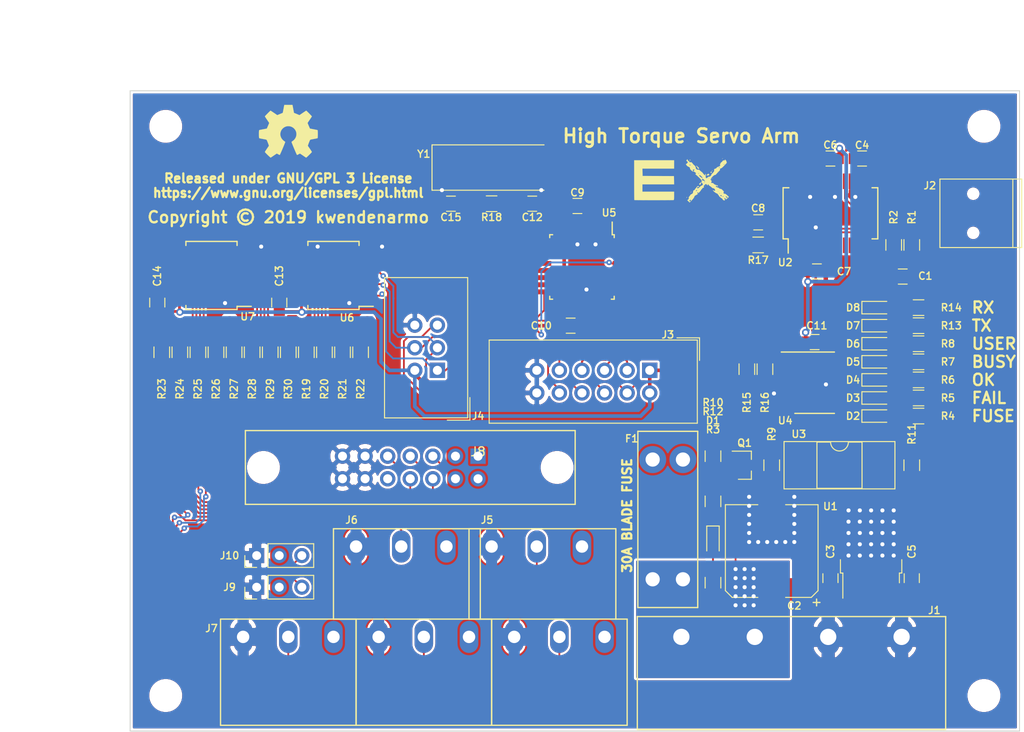
<source format=kicad_pcb>
(kicad_pcb (version 4) (host pcbnew 4.0.7-e2-6376~61~ubuntu18.04.1)
  (title_block (title "High Torque Servo Arm: Main") (date 2019-12-06) (rev release-v0.1A) (company "EX arte electrónico y experimental") (comment 2 "Revised by: R. García") (comment 3 "Drawn by: R. García") (comment 4 "Designed by: R. García"))
  (layers (0 F.Cu signal) (31 B.Cu signal) (34 B.Paste user) (35 F.Paste user) (36 B.SilkS user) (37 F.SilkS user) (38 B.Mask user) (39 F.Mask user) (44 Edge.Cuts user))
  (net 0 "")
  (net 1 "Net-(C1-Pad1)")
  (net 2 GND)
  (net 3 "Net-(C2-Pad1)")
  (net 4 "Net-(C4-Pad1)")
  (net 5 +5V)
  (net 6 "Net-(C8-Pad1)")
  (net 7 /~CLR)
  (net 8 "Net-(C12-Pad1)")
  (net 9 "Net-(C15-Pad1)")
  (net 10 "Net-(D1-Pad2)")
  (net 11 "Net-(D2-Pad2)")
  (net 12 "Net-(D2-Pad1)")
  (net 13 "Net-(D3-Pad2)")
  (net 14 "Net-(D3-Pad1)")
  (net 15 "Net-(D4-Pad2)")
  (net 16 "Net-(D4-Pad1)")
  (net 17 "Net-(D5-Pad2)")
  (net 18 "Net-(D5-Pad1)")
  (net 19 "Net-(D6-Pad2)")
  (net 20 "Net-(D6-Pad1)")
  (net 21 "Net-(D7-Pad2)")
  (net 22 "Net-(D7-Pad1)")
  (net 23 "Net-(D8-Pad2)")
  (net 24 "Net-(D8-Pad1)")
  (net 25 "Net-(J2-Pad2)")
  (net 26 "Net-(J2-Pad3)")
  (net 27 "Net-(J2-Pad4)")
  (net 28 "Net-(J2-Pad6)")
  (net 29 /A0)
  (net 30 /A1)
  (net 31 /A2)
  (net 32 /A3)
  (net 33 /A4)
  (net 34 /A5)
  (net 35 /A6)
  (net 36 /A7)
  (net 37 /MISO)
  (net 38 /SCK)
  (net 39 /MOSI)
  (net 40 +7.5V)
  (net 41 /SRV6)
  (net 42 /SRV7)
  (net 43 /SRV8)
  (net 44 /SRV9)
  (net 45 /SRV10)
  (net 46 "Net-(J8-Pad10)")
  (net 47 "Net-(Q1-Pad1)")
  (net 48 "Net-(Q1-Pad3)")
  (net 49 "Net-(R1-Pad1)")
  (net 50 "Net-(R9-Pad1)")
  (net 51 "Net-(R11-Pad1)")
  (net 52 "Net-(R19-Pad2)")
  (net 53 "Net-(R20-Pad2)")
  (net 54 /SRV11)
  (net 55 "Net-(R21-Pad2)")
  (net 56 /SRV12)
  (net 57 "Net-(R22-Pad2)")
  (net 58 /SRV1)
  (net 59 "Net-(R23-Pad2)")
  (net 60 /SRV2)
  (net 61 "Net-(R24-Pad2)")
  (net 62 /SRV3)
  (net 63 "Net-(R25-Pad2)")
  (net 64 /SRV4)
  (net 65 "Net-(R26-Pad2)")
  (net 66 /SRV5)
  (net 67 "Net-(R27-Pad2)")
  (net 68 "Net-(R28-Pad2)")
  (net 69 "Net-(R29-Pad2)")
  (net 70 "Net-(R30-Pad2)")
  (net 71 /RX)
  (net 72 "Net-(U2-Pad3)")
  (net 73 /TX)
  (net 74 "Net-(U2-Pad6)")
  (net 75 "Net-(U2-Pad9)")
  (net 76 "Net-(U2-Pad10)")
  (net 77 "Net-(U2-Pad11)")
  (net 78 "Net-(U2-Pad12)")
  (net 79 "Net-(U2-Pad13)")
  (net 80 "Net-(U2-Pad14)")
  (net 81 "Net-(U2-Pad27)")
  (net 82 "Net-(U2-Pad28)")
  (net 83 /D3)
  (net 84 /D4)
  (net 85 /D5)
  (net 86 /D6)
  (net 87 /D7)
  (net 88 /D8)
  (net 89 /D9)
  (net 90 /D10)
  (net 91 "Net-(U5-Pad20)")
  (net 92 /D2)
  (net 93 "Net-(U4-Pad13)")
  (net 94 "Net-(U6-Pad3)")
  (net 95 "Net-(U6-Pad5)")
  (net 96 "Net-(U6-Pad7)")
  (net 97 "Net-(U6-Pad9)")
  (net 98 "Net-(U4-Pad1)")
  (net 99 "Net-(U4-Pad11)")
  (net 100 "Net-(U4-Pad12)")
  (module Connectors:USB_Mini-B (layer F.Cu) (at 94.996 13.78 180)
    (fp_text reference J2 (at 5.08 3.112 180) (layer F.SilkS) (effects (font (size 0.8128 0.8128) (thickness 0.1524))))
    (fp_text value USB_OTG)
    (pad 1 smd rect (at 3.05 -1.6 180) (size 2.8 0.5) (layers F.Cu F.Paste F.Mask) (net 1 "Net-(C1-Pad1)"))
    (pad 2 smd rect (at 3.05 -0.8 180) (size 2.8 0.5) (layers F.Cu F.Paste F.Mask) (net 25 "Net-(J2-Pad2)"))
    (pad 3 smd rect (at 3.05 0 180) (size 2.8 0.5) (layers F.Cu F.Paste F.Mask) (net 26 "Net-(J2-Pad3)"))
    (pad 4 smd rect (at 3.05 0.8 180) (size 2.8 0.5) (layers F.Cu F.Paste F.Mask) (net 27 "Net-(J2-Pad4)"))
    (pad 5 smd rect (at 3.05 1.6 180) (size 2.8 0.5) (layers F.Cu F.Paste F.Mask) (net 2 GND))
    (pad 6 smd rect (at 2.7 -4.45 180) (size 2.5 2) (layers F.Cu F.Paste F.Mask) (net 28 "Net-(J2-Pad6)"))
    (pad 6 smd rect (at -2.8 -4.45 180) (size 2.5 2) (layers F.Cu F.Paste F.Mask) (net 28 "Net-(J2-Pad6)"))
    (pad 6 smd rect (at 2.7 4.45 180) (size 2.5 2) (layers F.Cu F.Paste F.Mask) (net 28 "Net-(J2-Pad6)"))
    (pad 6 smd rect (at -2.8 4.45 180) (size 2.5 2) (layers F.Cu F.Paste F.Mask) (net 28 "Net-(J2-Pad6)"))
    (pad "" np_thru_hole circle (at 0.2 -2.2 180) (size 0.9 0.9) (drill 0.9) (layers *.Cu *.Mask))
    (pad "" np_thru_hole circle (at 0.2 2.2 180) (size 0.9 0.9) (drill 0.9) (layers *.Cu *.Mask))
  )
  (module Fiducials:Fiducial_1mm_Dia_2mm_Outer (layer F.Cu) (at 56.134 14.478)
    (fp_text reference REF** hide)
    (fp_text value Fiducial_1mm_Dia_2mm_Outer hide)
    (pad ~ smd circle (at 0 0) (size 1 1) (layers F.Cu F.Mask) (clearance 0.5))
  )
  (module Fiducials:Fiducial_1mm_Dia_2mm_Outer (layer F.Cu) (at 74.168 7.62)
    (fp_text reference REF** hide)
    (fp_text value Fiducial_1mm_Dia_2mm_Outer hide)
    (pad ~ smd circle (at 0 0) (size 1 1) (layers F.Cu F.Mask) (clearance 0.5))
  )
  (module Fiducials:Fiducial_1mm_Dia_2mm_Outer (layer F.Cu) (at 73.914 27.94)
    (fp_text reference REF** hide)
    (fp_text value Fiducial_1mm_Dia_2mm_Outer hide)
    (pad ~ smd circle (at 0 0) (size 1 1) (layers F.Cu F.Mask) (clearance 0.5))
  )
  (module Fiducials:Fiducial_1mm_Dia_2mm_Outer (layer F.Cu) (at 2.032 9)
    (fp_text reference REF** hide)
    (fp_text value Fiducial_1mm_Dia_2mm_Outer hide)
    (pad ~ smd circle (at 0 0) (size 1 1) (layers F.Cu F.Mask) (clearance 0.5))
  )
  (module Mounting_Holes:MountingHole_3.2mm_M3_DIN965 (layer F.Cu) (at 4 4)
    (fp_text reference REF** hide)
    (fp_text value MountingHole_3.2mm_M3_DIN965 hide)
    (pad 1 np_thru_hole circle (at 0 0) (size 3.2 3.2) (drill 3.2) (layers *.Cu *.Mask))
  )
  (module Mounting_Holes:MountingHole_3.2mm_M3_DIN965 (layer F.Cu) (at 96 4)
    (fp_text reference REF** hide)
    (fp_text value MountingHole_3.2mm_M3_DIN965 hide)
    (pad 1 np_thru_hole circle (at 0 0) (size 3.2 3.2) (drill 3.2) (layers *.Cu *.Mask))
  )
  (module Fiducials:Fiducial_1mm_Dia_2mm_Outer (layer F.Cu) (at 11.176 25.848)
    (fp_text reference REF** hide)
    (fp_text value Fiducial_1mm_Dia_2mm_Outer hide)
    (pad ~ smd circle (at 0 0) (size 1 1) (layers F.Cu F.Mask) (clearance 0.5))
  )
  (module Fiducials:Fiducial_1mm_Dia_2mm_Outer (layer F.Cu) (at 26.67 25.848)
    (fp_text reference REF** hide)
    (fp_text value Fiducial_1mm_Dia_2mm_Outer hide)
    (pad ~ smd circle (at 0 0) (size 1 1) (layers F.Cu F.Mask) (clearance 0.5))
  )
  (module Fiducials:Fiducial_1mm_Dia_2mm_Outer (layer F.Cu) (at 2 63)
    (fp_text reference REF** hide)
    (fp_text value Fiducial_1mm_Dia_2mm_Outer hide)
    (pad ~ smd circle (at 0 0) (size 1 1) (layers F.Cu F.Mask) (clearance 0.5))
  )
  (module Fiducials:Fiducial_1mm_Dia_2mm_Outer (layer F.Cu) (at 96 63)
    (fp_text reference REF** hide)
    (fp_text value Fiducial_1mm_Dia_2mm_Outer hide)
    (pad ~ smd circle (at 0 0) (size 1 1) (layers F.Cu F.Mask) (clearance 0.5))
  )
  (module Mounting_Holes:MountingHole_3.2mm_M3_DIN965 (layer F.Cu) (at 4 68)
    (fp_text reference REF** hide)
    (fp_text value MountingHole_3.2mm_M3_DIN965 hide)
    (pad 1 np_thru_hole circle (at 0 0) (size 3.2 3.2) (drill 3.2) (layers *.Cu *.Mask))
  )
  (module Capacitors_SMD:C_0805 (layer F.Cu) (at 86.868 20.892 180)
    (fp_text reference C1 (at -2.54 0.064 180) (layer F.SilkS) (effects (font (size 0.8128 0.8128) (thickness 0.1524))))
    (fp_text value 10nF)
    (pad 1 smd rect (at -1 0 180) (size 1 1.25) (layers F.Cu F.Paste F.Mask) (net 1 "Net-(C1-Pad1)"))
    (pad 2 smd rect (at 1 0 180) (size 1 1.25) (layers F.Cu F.Paste F.Mask) (net 2 GND))
  )
  (module Capacitors_SMD:CP_Elec_10x10.5 (layer F.Cu) (at 72.136 51.756 90)
    (fp_text reference C2 (at -6.156 2.54 180) (layer F.SilkS) (effects (font (size 0.8128 0.8128) (thickness 0.1524))))
    (fp_text value 470µF)
    (fp_text user + (at -5.78 4.97 90) (layer F.SilkS))
    (pad 1 smd rect (at -4 0 270) (size 4 2.5) (layers F.Cu F.Paste F.Mask) (net 3 "Net-(C2-Pad1)"))
    (pad 2 smd rect (at 4 0 270) (size 4 2.5) (layers F.Cu F.Paste F.Mask) (net 2 GND))
  )
  (module Capacitors_SMD:C_0805 (layer F.Cu) (at 78.74 54.804 90)
    (fp_text reference C3 (at 2.988 0 270) (layer F.SilkS) (effects (font (size 0.8128 0.8128) (thickness 0.1524))))
    (fp_text value 10nF)
    (pad 1 smd rect (at -1 0 90) (size 1 1.25) (layers F.Cu F.Paste F.Mask) (net 3 "Net-(C2-Pad1)"))
    (pad 2 smd rect (at 1 0 90) (size 1 1.25) (layers F.Cu F.Paste F.Mask) (net 2 GND))
  )
  (module Capacitors_SMD:C_0805 (layer F.Cu) (at 82.296 7.62)
    (fp_text reference C4 (at 0 -1.5) (layer F.SilkS) (effects (font (size 0.8128 0.8128) (thickness 0.1524))))
    (fp_text value 100nF)
    (pad 1 smd rect (at -1 0) (size 1 1.25) (layers F.Cu F.Paste F.Mask) (net 4 "Net-(C4-Pad1)"))
    (pad 2 smd rect (at 1 0) (size 1 1.25) (layers F.Cu F.Paste F.Mask) (net 2 GND))
  )
  (module Capacitors_SMD:C_0805 (layer F.Cu) (at 87.884 54.804 90)
    (fp_text reference C5 (at 2.988 0 90) (layer F.SilkS) (effects (font (size 0.8128 0.8128) (thickness 0.1524))))
    (fp_text value 330nF)
    (pad 1 smd rect (at -1 0 90) (size 1 1.25) (layers F.Cu F.Paste F.Mask) (net 5 +5V))
    (pad 2 smd rect (at 1 0 90) (size 1 1.25) (layers F.Cu F.Paste F.Mask) (net 2 GND))
  )
  (module Capacitors_SMD:C_0805 (layer F.Cu) (at 78.74 7.62 180)
    (fp_text reference C6 (at 0 1.524 180) (layer F.SilkS) (effects (font (size 0.8128 0.8128) (thickness 0.1524))))
    (fp_text value 100nF)
    (pad 1 smd rect (at -1 0 180) (size 1 1.25) (layers F.Cu F.Paste F.Mask) (net 5 +5V))
    (pad 2 smd rect (at 1 0 180) (size 1 1.25) (layers F.Cu F.Paste F.Mask) (net 2 GND))
  )
  (module Capacitors_SMD:C_0805 (layer F.Cu) (at 77.216 20.32)
    (fp_text reference C7 (at 3.048 0) (layer F.SilkS) (effects (font (size 0.8128 0.8128) (thickness 0.1524))))
    (fp_text value 4.7µF)
    (pad 1 smd rect (at -1 0) (size 1 1.25) (layers F.Cu F.Paste F.Mask) (net 5 +5V))
    (pad 2 smd rect (at 1 0) (size 1 1.25) (layers F.Cu F.Paste F.Mask) (net 2 GND))
  )
  (module Capacitors_SMD:C_0805 (layer F.Cu) (at 70.612 14.796 180)
    (fp_text reference C8 (at 0 1.588 180) (layer F.SilkS) (effects (font (size 0.8128 0.8128) (thickness 0.1524))))
    (fp_text value 100nF)
    (pad 1 smd rect (at -1 0 180) (size 1 1.25) (layers F.Cu F.Paste F.Mask) (net 6 "Net-(C8-Pad1)"))
    (pad 2 smd rect (at 1 0 180) (size 1 1.25) (layers F.Cu F.Paste F.Mask) (net 7 /~CLR))
  )
  (module Capacitors_SMD:C_0805 (layer F.Cu) (at 50.292 12.954)
    (fp_text reference C9 (at 0 -1.5) (layer F.SilkS) (effects (font (size 0.8128 0.8128) (thickness 0.1524))))
    (fp_text value 100nF)
    (pad 1 smd rect (at -1 0) (size 1 1.25) (layers F.Cu F.Paste F.Mask) (net 5 +5V))
    (pad 2 smd rect (at 1 0) (size 1 1.25) (layers F.Cu F.Paste F.Mask) (net 2 GND))
  )
  (module Capacitors_SMD:C_0805 (layer F.Cu) (at 49.53 26.416)
    (fp_text reference C10 (at -3.302 0) (layer F.SilkS) (effects (font (size 0.8128 0.8128) (thickness 0.1524))))
    (fp_text value 100nF)
    (pad 1 smd rect (at -1 0) (size 1 1.25) (layers F.Cu F.Paste F.Mask) (net 5 +5V))
    (pad 2 smd rect (at 1 0) (size 1 1.25) (layers F.Cu F.Paste F.Mask) (net 2 GND))
  )
  (module Capacitors_SMD:C_0805 (layer F.Cu) (at 76.962 28.258)
    (fp_text reference C11 (at 0.254 -1.842) (layer F.SilkS) (effects (font (size 0.8128 0.8128) (thickness 0.1524))))
    (fp_text value 100nF)
    (pad 1 smd rect (at -1 0) (size 1 1.25) (layers F.Cu F.Paste F.Mask) (net 5 +5V))
    (pad 2 smd rect (at 1 0) (size 1 1.25) (layers F.Cu F.Paste F.Mask) (net 2 GND))
  )
  (module Capacitors_SMD:C_0805 (layer F.Cu) (at 45.212 12.7)
    (fp_text reference C12 (at 0 1.524) (layer F.SilkS) (effects (font (size 0.8128 0.8128) (thickness 0.1524))))
    (fp_text value 18pF)
    (pad 1 smd rect (at -1 0) (size 1 1.25) (layers F.Cu F.Paste F.Mask) (net 8 "Net-(C12-Pad1)"))
    (pad 2 smd rect (at 1 0) (size 1 1.25) (layers F.Cu F.Paste F.Mask) (net 2 GND))
  )
  (module Capacitors_SMD:C_0805 (layer F.Cu) (at 16.764 23.816 90)
    (fp_text reference C13 (at 2.988 0 90) (layer F.SilkS) (effects (font (size 0.8128 0.8128) (thickness 0.1524))))
    (fp_text value 100nF)
    (pad 1 smd rect (at -1 0 90) (size 1 1.25) (layers F.Cu F.Paste F.Mask) (net 5 +5V))
    (pad 2 smd rect (at 1 0 90) (size 1 1.25) (layers F.Cu F.Paste F.Mask) (net 2 GND))
  )
  (module Capacitors_SMD:C_0805 (layer F.Cu) (at 3.048 23.816 90)
    (fp_text reference C14 (at 2.988 0 90) (layer F.SilkS) (effects (font (size 0.8128 0.8128) (thickness 0.1524))))
    (fp_text value 100nF)
    (pad 1 smd rect (at -1 0 90) (size 1 1.25) (layers F.Cu F.Paste F.Mask) (net 5 +5V))
    (pad 2 smd rect (at 1 0 90) (size 1 1.25) (layers F.Cu F.Paste F.Mask) (net 2 GND))
  )
  (module Capacitors_SMD:C_0805 (layer F.Cu) (at 36.068 12.7 180)
    (fp_text reference C15 (at 0 -1.524 180) (layer F.SilkS) (effects (font (size 0.8128 0.8128) (thickness 0.1524))))
    (fp_text value 18pF)
    (pad 1 smd rect (at -1 0 180) (size 1 1.25) (layers F.Cu F.Paste F.Mask) (net 9 "Net-(C15-Pad1)"))
    (pad 2 smd rect (at 1 0 180) (size 1 1.25) (layers F.Cu F.Paste F.Mask) (net 2 GND))
  )
  (module LEDs:LED_0805 (layer F.Cu) (at 65.532 50.74 270)
    (fp_text reference D1 (at -13.656 0 360) (layer F.SilkS) (effects (font (size 0.8128 0.8128) (thickness 0.1524))))
    (fp_text value GREEN)
    (pad 2 smd rect (at 1.1 0 90) (size 1.2 1.2) (layers F.Cu F.Paste F.Mask) (net 10 "Net-(D1-Pad2)"))
    (pad 1 smd rect (at -1.1 0 90) (size 1.2 1.2) (layers F.Cu F.Paste F.Mask) (net 2 GND))
  )
  (module LEDs:LED_0805 (layer F.Cu) (at 84.074 36.576)
    (fp_text reference D2 (at -2.794 0) (layer F.SilkS) (effects (font (size 0.8128 0.8128) (thickness 0.1524))))
    (fp_text value RED)
    (pad 2 smd rect (at 1.1 0 180) (size 1.2 1.2) (layers F.Cu F.Paste F.Mask) (net 11 "Net-(D2-Pad2)"))
    (pad 1 smd rect (at -1.1 0 180) (size 1.2 1.2) (layers F.Cu F.Paste F.Mask) (net 12 "Net-(D2-Pad1)"))
  )
  (module LEDs:LED_0805 (layer F.Cu) (at 84.074 34.544)
    (fp_text reference D3 (at -2.794 0) (layer F.SilkS) (effects (font (size 0.8128 0.8128) (thickness 0.1524))))
    (fp_text value RED)
    (pad 2 smd rect (at 1.1 0 180) (size 1.2 1.2) (layers F.Cu F.Paste F.Mask) (net 13 "Net-(D3-Pad2)"))
    (pad 1 smd rect (at -1.1 0 180) (size 1.2 1.2) (layers F.Cu F.Paste F.Mask) (net 14 "Net-(D3-Pad1)"))
  )
  (module LEDs:LED_0805 (layer F.Cu) (at 84.074 32.512)
    (fp_text reference D4 (at -2.794 0) (layer F.SilkS) (effects (font (size 0.8128 0.8128) (thickness 0.1524))))
    (fp_text value GREEN)
    (pad 2 smd rect (at 1.1 0 180) (size 1.2 1.2) (layers F.Cu F.Paste F.Mask) (net 15 "Net-(D4-Pad2)"))
    (pad 1 smd rect (at -1.1 0 180) (size 1.2 1.2) (layers F.Cu F.Paste F.Mask) (net 16 "Net-(D4-Pad1)"))
  )
  (module LEDs:LED_0805 (layer F.Cu) (at 84.074 30.48)
    (fp_text reference D5 (at -2.794 0) (layer F.SilkS) (effects (font (size 0.8128 0.8128) (thickness 0.1524))))
    (fp_text value ORANGE)
    (pad 2 smd rect (at 1.1 0 180) (size 1.2 1.2) (layers F.Cu F.Paste F.Mask) (net 17 "Net-(D5-Pad2)"))
    (pad 1 smd rect (at -1.1 0 180) (size 1.2 1.2) (layers F.Cu F.Paste F.Mask) (net 18 "Net-(D5-Pad1)"))
  )
  (module LEDs:LED_0805 (layer F.Cu) (at 84.074 28.448)
    (fp_text reference D6 (at -2.794 0) (layer F.SilkS) (effects (font (size 0.8128 0.8128) (thickness 0.1524))))
    (fp_text value ORANGE)
    (pad 2 smd rect (at 1.1 0 180) (size 1.2 1.2) (layers F.Cu F.Paste F.Mask) (net 19 "Net-(D6-Pad2)"))
    (pad 1 smd rect (at -1.1 0 180) (size 1.2 1.2) (layers F.Cu F.Paste F.Mask) (net 20 "Net-(D6-Pad1)"))
  )
  (module LEDs:LED_0805 (layer F.Cu) (at 84.074 26.416)
    (fp_text reference D7 (at -2.794 0) (layer F.SilkS) (effects (font (size 0.8128 0.8128) (thickness 0.1524))))
    (fp_text value ORANGE)
    (pad 2 smd rect (at 1.1 0 180) (size 1.2 1.2) (layers F.Cu F.Paste F.Mask) (net 21 "Net-(D7-Pad2)"))
    (pad 1 smd rect (at -1.1 0 180) (size 1.2 1.2) (layers F.Cu F.Paste F.Mask) (net 22 "Net-(D7-Pad1)"))
  )
  (module LEDs:LED_0805 (layer F.Cu) (at 84.074 24.384)
    (fp_text reference D8 (at -2.794 0) (layer F.SilkS) (effects (font (size 0.8128 0.8128) (thickness 0.1524))))
    (fp_text value ORANGE)
    (pad 2 smd rect (at 1.1 0 180) (size 1.2 1.2) (layers F.Cu F.Paste F.Mask) (net 23 "Net-(D8-Pad2)"))
    (pad 1 smd rect (at -1.1 0 180) (size 1.2 1.2) (layers F.Cu F.Paste F.Mask) (net 24 "Net-(D8-Pad1)"))
  )
  (module Connectors_IDC:IDC-Header_2x06_Pitch2.54mm_Straight (layer F.Cu) (at 58.42 31.436 270)
    (fp_text reference J3 (at -4.004 -2.032 360) (layer F.SilkS) (effects (font (size 0.8128 0.8128) (thickness 0.1524))))
    (fp_text value REMOTE)
    (pad 1 thru_hole rect (at 0 0 270) (size 1.7272 1.7272) (drill 1.016) (layers *.Cu *.Mask) (net 5 +5V))
    (pad 2 thru_hole oval (at 2.54 0 270) (size 1.7272 1.7272) (drill 1.016) (layers *.Cu *.Mask) (net 5 +5V))
    (pad 3 thru_hole oval (at 0 2.54 270) (size 1.7272 1.7272) (drill 1.016) (layers *.Cu *.Mask) (net 34 /A5))
    (pad 4 thru_hole oval (at 2.54 2.54 270) (size 1.7272 1.7272) (drill 1.016) (layers *.Cu *.Mask) (net 33 /A4))
    (pad 5 thru_hole oval (at 0 5.08 270) (size 1.7272 1.7272) (drill 1.016) (layers *.Cu *.Mask) (net 32 /A3))
    (pad 6 thru_hole oval (at 2.54 5.08 270) (size 1.7272 1.7272) (drill 1.016) (layers *.Cu *.Mask) (net 31 /A2))
    (pad 7 thru_hole oval (at 0 7.62 270) (size 1.7272 1.7272) (drill 1.016) (layers *.Cu *.Mask) (net 30 /A1))
    (pad 8 thru_hole oval (at 2.54 7.62 270) (size 1.7272 1.7272) (drill 1.016) (layers *.Cu *.Mask) (net 29 /A0))
    (pad 9 thru_hole oval (at 0 10.16 270) (size 1.7272 1.7272) (drill 1.016) (layers *.Cu *.Mask) (net 36 /A7))
    (pad 10 thru_hole oval (at 2.54 10.16 270) (size 1.7272 1.7272) (drill 1.016) (layers *.Cu *.Mask) (net 35 /A6))
    (pad 11 thru_hole oval (at 0 12.7 270) (size 1.7272 1.7272) (drill 1.016) (layers *.Cu *.Mask) (net 2 GND))
    (pad 12 thru_hole oval (at 2.54 12.7 270) (size 1.7272 1.7272) (drill 1.016) (layers *.Cu *.Mask) (net 2 GND))
  )
  (module Connectors_IDC:IDC-Header_2x03_Pitch2.54mm_Straight (layer F.Cu) (at 34.544 31.436 180)
    (fp_text reference J4 (at -4.572 -5.14 180) (layer F.SilkS) (effects (font (size 0.8128 0.8128) (thickness 0.1524))))
    (fp_text value ISP)
    (pad 1 thru_hole rect (at 0 0 180) (size 1.7272 1.7272) (drill 1.016) (layers *.Cu *.Mask) (net 37 /MISO))
    (pad 2 thru_hole oval (at 2.54 0 180) (size 1.7272 1.7272) (drill 1.016) (layers *.Cu *.Mask) (net 5 +5V))
    (pad 3 thru_hole oval (at 0 2.54 180) (size 1.7272 1.7272) (drill 1.016) (layers *.Cu *.Mask) (net 38 /SCK))
    (pad 4 thru_hole oval (at 2.54 2.54 180) (size 1.7272 1.7272) (drill 1.016) (layers *.Cu *.Mask) (net 39 /MOSI))
    (pad 5 thru_hole oval (at 0 5.08 180) (size 1.7272 1.7272) (drill 1.016) (layers *.Cu *.Mask) (net 7 /~CLR))
    (pad 6 thru_hole oval (at 2.54 5.08 180) (size 1.7272 1.7272) (drill 1.016) (layers *.Cu *.Mask) (net 2 GND))
  )
  (module TO_SOT_Packages_SMD:SOT-23 (layer F.Cu) (at 69.088 42.104)
    (fp_text reference Q1 (at 0 -2.5) (layer F.SilkS) (effects (font (size 0.8128 0.8128) (thickness 0.1524))))
    (fp_text value BC857)
    (pad 1 smd rect (at -1 -0.95) (size 0.9 0.8) (layers F.Cu F.Paste F.Mask) (net 47 "Net-(Q1-Pad1)"))
    (pad 2 smd rect (at -1 0.95) (size 0.9 0.8) (layers F.Cu F.Paste F.Mask) (net 3 "Net-(C2-Pad1)"))
    (pad 3 smd rect (at 1 0) (size 0.9 0.8) (layers F.Cu F.Paste F.Mask) (net 48 "Net-(Q1-Pad3)"))
  )
  (module Resistors_SMD:R_0805_HandSoldering (layer F.Cu) (at 87.884 17.336 270)
    (fp_text reference R1 (at -3.112 0 270) (layer F.SilkS) (effects (font (size 0.8128 0.8128) (thickness 0.1524))))
    (fp_text value 4k7)
    (pad 1 smd rect (at -1.35 0 270) (size 1.5 1.3) (layers F.Cu F.Paste F.Mask) (net 49 "Net-(R1-Pad1)"))
    (pad 2 smd rect (at 1.35 0 270) (size 1.5 1.3) (layers F.Cu F.Paste F.Mask) (net 1 "Net-(C1-Pad1)"))
  )
  (module Resistors_SMD:R_0805_HandSoldering (layer F.Cu) (at 85.852 17.336 270)
    (fp_text reference R2 (at -3.112 0 270) (layer F.SilkS) (effects (font (size 0.8128 0.8128) (thickness 0.1524))))
    (fp_text value 10k)
    (pad 1 smd rect (at -1.35 0 270) (size 1.5 1.3) (layers F.Cu F.Paste F.Mask) (net 49 "Net-(R1-Pad1)"))
    (pad 2 smd rect (at 1.35 0 270) (size 1.5 1.3) (layers F.Cu F.Paste F.Mask) (net 2 GND))
  )
  (module Resistors_SMD:R_0805_HandSoldering (layer F.Cu) (at 65.532 55.312 90)
    (fp_text reference R3 (at 17.212 0 180) (layer F.SilkS) (effects (font (size 0.8128 0.8128) (thickness 0.1524))))
    (fp_text value 470R)
    (pad 1 smd rect (at -1.35 0 90) (size 1.5 1.3) (layers F.Cu F.Paste F.Mask) (net 3 "Net-(C2-Pad1)"))
    (pad 2 smd rect (at 1.35 0 90) (size 1.5 1.3) (layers F.Cu F.Paste F.Mask) (net 10 "Net-(D1-Pad2)"))
  )
  (module Resistors_SMD:R_0805_HandSoldering (layer F.Cu) (at 88.646 36.576)
    (fp_text reference R4 (at 3.302 0) (layer F.SilkS) (effects (font (size 0.8128 0.8128) (thickness 0.1524))))
    (fp_text value 330R)
    (pad 1 smd rect (at -1.35 0) (size 1.5 1.3) (layers F.Cu F.Paste F.Mask) (net 11 "Net-(D2-Pad2)"))
    (pad 2 smd rect (at 1.35 0) (size 1.5 1.3) (layers F.Cu F.Paste F.Mask) (net 5 +5V))
  )
  (module Resistors_SMD:R_0805_HandSoldering (layer F.Cu) (at 88.646 34.544)
    (fp_text reference R5 (at 3.302 0) (layer F.SilkS) (effects (font (size 0.8128 0.8128) (thickness 0.1524))))
    (fp_text value 330R)
    (pad 1 smd rect (at -1.35 0) (size 1.5 1.3) (layers F.Cu F.Paste F.Mask) (net 13 "Net-(D3-Pad2)"))
    (pad 2 smd rect (at 1.35 0) (size 1.5 1.3) (layers F.Cu F.Paste F.Mask) (net 5 +5V))
  )
  (module Resistors_SMD:R_0805_HandSoldering (layer F.Cu) (at 88.646 32.512)
    (fp_text reference R6 (at 3.302 0) (layer F.SilkS) (effects (font (size 0.8128 0.8128) (thickness 0.1524))))
    (fp_text value 330R)
    (pad 1 smd rect (at -1.35 0) (size 1.5 1.3) (layers F.Cu F.Paste F.Mask) (net 15 "Net-(D4-Pad2)"))
    (pad 2 smd rect (at 1.35 0) (size 1.5 1.3) (layers F.Cu F.Paste F.Mask) (net 5 +5V))
  )
  (module Resistors_SMD:R_0805_HandSoldering (layer F.Cu) (at 88.646 30.48)
    (fp_text reference R7 (at 3.302 0) (layer F.SilkS) (effects (font (size 0.8128 0.8128) (thickness 0.1524))))
    (fp_text value 330R)
    (pad 1 smd rect (at -1.35 0) (size 1.5 1.3) (layers F.Cu F.Paste F.Mask) (net 17 "Net-(D5-Pad2)"))
    (pad 2 smd rect (at 1.35 0) (size 1.5 1.3) (layers F.Cu F.Paste F.Mask) (net 5 +5V))
  )
  (module Resistors_SMD:R_0805_HandSoldering (layer F.Cu) (at 88.646 28.448)
    (fp_text reference R8 (at 3.302 0) (layer F.SilkS) (effects (font (size 0.8128 0.8128) (thickness 0.1524))))
    (fp_text value 330R)
    (pad 1 smd rect (at -1.35 0) (size 1.5 1.3) (layers F.Cu F.Paste F.Mask) (net 19 "Net-(D6-Pad2)"))
    (pad 2 smd rect (at 1.35 0) (size 1.5 1.3) (layers F.Cu F.Paste F.Mask) (net 5 +5V))
  )
  (module Resistors_SMD:R_0805_HandSoldering (layer F.Cu) (at 72.136 42.104 270)
    (fp_text reference R9 (at -3.496 0 270) (layer F.SilkS) (effects (font (size 0.8128 0.8128) (thickness 0.1524))))
    (fp_text value 120R)
    (pad 1 smd rect (at -1.35 0 270) (size 1.5 1.3) (layers F.Cu F.Paste F.Mask) (net 50 "Net-(R9-Pad1)"))
    (pad 2 smd rect (at 1.35 0 270) (size 1.5 1.3) (layers F.Cu F.Paste F.Mask) (net 2 GND))
  )
  (module Resistors_SMD:R_0805_HandSoldering (layer F.Cu) (at 65.532 41.088 90)
    (fp_text reference R10 (at 6.036 0 180) (layer F.SilkS) (effects (font (size 0.8128 0.8128) (thickness 0.1524))))
    (fp_text value 4k7)
    (pad 1 smd rect (at -1.35 0 90) (size 1.5 1.3) (layers F.Cu F.Paste F.Mask) (net 40 +7.5V))
    (pad 2 smd rect (at 1.35 0 90) (size 1.5 1.3) (layers F.Cu F.Paste F.Mask) (net 47 "Net-(Q1-Pad1)"))
  )
  (module Resistors_SMD:R_0805_HandSoldering (layer F.Cu) (at 87.884 42.104 270)
    (fp_text reference R11 (at -3.496 0 270) (layer F.SilkS) (effects (font (size 0.8128 0.8128) (thickness 0.1524))))
    (fp_text value 10k)
    (pad 1 smd rect (at -1.35 0 270) (size 1.5 1.3) (layers F.Cu F.Paste F.Mask) (net 51 "Net-(R11-Pad1)"))
    (pad 2 smd rect (at 1.35 0 270) (size 1.5 1.3) (layers F.Cu F.Paste F.Mask) (net 5 +5V))
  )
  (module Resistors_SMD:R_0805_HandSoldering (layer F.Cu) (at 65.532 46.168 270)
    (fp_text reference R12 (at -10.1 0 360) (layer F.SilkS) (effects (font (size 0.8128 0.8128) (thickness 0.1524))))
    (fp_text value 10k)
    (pad 1 smd rect (at -1.35 0 270) (size 1.5 1.3) (layers F.Cu F.Paste F.Mask) (net 40 +7.5V))
    (pad 2 smd rect (at 1.35 0 270) (size 1.5 1.3) (layers F.Cu F.Paste F.Mask) (net 2 GND))
  )
  (module Resistors_SMD:R_0805_HandSoldering (layer F.Cu) (at 88.646 26.416 180)
    (fp_text reference R13 (at -3.683 0 180) (layer F.SilkS) (effects (font (size 0.8128 0.8128) (thickness 0.1524))))
    (fp_text value 330R)
    (pad 1 smd rect (at -1.35 0 180) (size 1.5 1.3) (layers F.Cu F.Paste F.Mask) (net 5 +5V))
    (pad 2 smd rect (at 1.35 0 180) (size 1.5 1.3) (layers F.Cu F.Paste F.Mask) (net 21 "Net-(D7-Pad2)"))
  )
  (module Resistors_SMD:R_0805_HandSoldering (layer F.Cu) (at 88.646 24.384 180)
    (fp_text reference R14 (at -3.683 0 180) (layer F.SilkS) (effects (font (size 0.8128 0.8128) (thickness 0.1524))))
    (fp_text value 330R)
    (pad 1 smd rect (at -1.35 0 180) (size 1.5 1.3) (layers F.Cu F.Paste F.Mask) (net 5 +5V))
    (pad 2 smd rect (at 1.35 0 180) (size 1.5 1.3) (layers F.Cu F.Paste F.Mask) (net 23 "Net-(D8-Pad2)"))
  )
  (module Resistors_SMD:R_0805_HandSoldering (layer F.Cu) (at 69.342 31.306 90)
    (fp_text reference R15 (at -3.746 0 90) (layer F.SilkS) (effects (font (size 0.8128 0.8128) (thickness 0.1524))))
    (fp_text value 4k7)
    (pad 1 smd rect (at -1.35 0 90) (size 1.5 1.3) (layers F.Cu F.Paste F.Mask) (net 5 +5V))
    (pad 2 smd rect (at 1.35 0 90) (size 1.5 1.3) (layers F.Cu F.Paste F.Mask) (net 34 /A5))
  )
  (module Resistors_SMD:R_0805_HandSoldering (layer F.Cu) (at 71.374 31.306 90)
    (fp_text reference R16 (at -3.746 0 90) (layer F.SilkS) (effects (font (size 0.8128 0.8128) (thickness 0.1524))))
    (fp_text value 4k7)
    (pad 1 smd rect (at -1.35 0 90) (size 1.5 1.3) (layers F.Cu F.Paste F.Mask) (net 5 +5V))
    (pad 2 smd rect (at 1.35 0 90) (size 1.5 1.3) (layers F.Cu F.Paste F.Mask) (net 33 /A4))
  )
  (module Resistors_SMD:R_0805_HandSoldering (layer F.Cu) (at 70.612 17.336 180)
    (fp_text reference R17 (at 0 -1.7 180) (layer F.SilkS) (effects (font (size 0.8128 0.8128) (thickness 0.1524))))
    (fp_text value 10k)
    (pad 1 smd rect (at -1.35 0 180) (size 1.5 1.3) (layers F.Cu F.Paste F.Mask) (net 5 +5V))
    (pad 2 smd rect (at 1.35 0 180) (size 1.5 1.3) (layers F.Cu F.Paste F.Mask) (net 7 /~CLR))
  )
  (module Resistors_SMD:R_0805_HandSoldering (layer F.Cu) (at 40.64 12.7 180)
    (fp_text reference R18 (at 0 -1.524 180) (layer F.SilkS) (effects (font (size 0.8128 0.8128) (thickness 0.1524))))
    (fp_text value 1M)
    (pad 1 smd rect (at -1.35 0 180) (size 1.5 1.3) (layers F.Cu F.Paste F.Mask) (net 8 "Net-(C12-Pad1)"))
    (pad 2 smd rect (at 1.35 0 180) (size 1.5 1.3) (layers F.Cu F.Paste F.Mask) (net 9 "Net-(C15-Pad1)"))
  )
  (module Resistors_SMD:R_0805_HandSoldering (layer F.Cu) (at 19.812 29.404 90)
    (fp_text reference R19 (at -4.124 0 90) (layer F.SilkS) (effects (font (size 0.8128 0.8128) (thickness 0.1524))))
    (fp_text value 220R)
    (pad 1 smd rect (at -1.35 0 90) (size 1.5 1.3) (layers F.Cu F.Paste F.Mask) (net 44 /SRV9))
    (pad 2 smd rect (at 1.35 0 90) (size 1.5 1.3) (layers F.Cu F.Paste F.Mask) (net 52 "Net-(R19-Pad2)"))
  )
  (module Resistors_SMD:R_0805_HandSoldering (layer F.Cu) (at 21.844 29.404 90)
    (fp_text reference R20 (at -4.124 0 90) (layer F.SilkS) (effects (font (size 0.8128 0.8128) (thickness 0.1524))))
    (fp_text value 220R)
    (pad 1 smd rect (at -1.35 0 90) (size 1.5 1.3) (layers F.Cu F.Paste F.Mask) (net 45 /SRV10))
    (pad 2 smd rect (at 1.35 0 90) (size 1.5 1.3) (layers F.Cu F.Paste F.Mask) (net 53 "Net-(R20-Pad2)"))
  )
  (module Resistors_SMD:R_0805_HandSoldering (layer F.Cu) (at 23.876 29.404 90)
    (fp_text reference R21 (at -4.124 0 90) (layer F.SilkS) (effects (font (size 0.8128 0.8128) (thickness 0.1524))))
    (fp_text value 220R)
    (pad 1 smd rect (at -1.35 0 90) (size 1.5 1.3) (layers F.Cu F.Paste F.Mask) (net 54 /SRV11))
    (pad 2 smd rect (at 1.35 0 90) (size 1.5 1.3) (layers F.Cu F.Paste F.Mask) (net 55 "Net-(R21-Pad2)"))
  )
  (module Resistors_SMD:R_0805_HandSoldering (layer F.Cu) (at 25.908 29.404 90)
    (fp_text reference R22 (at -4.124 0 90) (layer F.SilkS) (effects (font (size 0.8128 0.8128) (thickness 0.1524))))
    (fp_text value 220R)
    (pad 1 smd rect (at -1.35 0 90) (size 1.5 1.3) (layers F.Cu F.Paste F.Mask) (net 56 /SRV12))
    (pad 2 smd rect (at 1.35 0 90) (size 1.5 1.3) (layers F.Cu F.Paste F.Mask) (net 57 "Net-(R22-Pad2)"))
  )
  (module Resistors_SMD:R_0805_HandSoldering (layer F.Cu) (at 3.556 29.404 90)
    (fp_text reference R23 (at -4.124 0 90) (layer F.SilkS) (effects (font (size 0.8128 0.8128) (thickness 0.1524))))
    (fp_text value 220R)
    (pad 1 smd rect (at -1.35 0 90) (size 1.5 1.3) (layers F.Cu F.Paste F.Mask) (net 58 /SRV1))
    (pad 2 smd rect (at 1.35 0 90) (size 1.5 1.3) (layers F.Cu F.Paste F.Mask) (net 59 "Net-(R23-Pad2)"))
  )
  (module Resistors_SMD:R_0805_HandSoldering (layer F.Cu) (at 5.588 29.404 90)
    (fp_text reference R24 (at -4.124 0 90) (layer F.SilkS) (effects (font (size 0.8128 0.8128) (thickness 0.1524))))
    (fp_text value 220R)
    (pad 1 smd rect (at -1.35 0 90) (size 1.5 1.3) (layers F.Cu F.Paste F.Mask) (net 60 /SRV2))
    (pad 2 smd rect (at 1.35 0 90) (size 1.5 1.3) (layers F.Cu F.Paste F.Mask) (net 61 "Net-(R24-Pad2)"))
  )
  (module Resistors_SMD:R_0805_HandSoldering (layer F.Cu) (at 7.62 29.404 90)
    (fp_text reference R25 (at -4.124 0 90) (layer F.SilkS) (effects (font (size 0.8128 0.8128) (thickness 0.1524))))
    (fp_text value 220R)
    (pad 1 smd rect (at -1.35 0 90) (size 1.5 1.3) (layers F.Cu F.Paste F.Mask) (net 62 /SRV3))
    (pad 2 smd rect (at 1.35 0 90) (size 1.5 1.3) (layers F.Cu F.Paste F.Mask) (net 63 "Net-(R25-Pad2)"))
  )
  (module Resistors_SMD:R_0805_HandSoldering (layer F.Cu) (at 9.652 29.404 90)
    (fp_text reference R26 (at -4.124 0 90) (layer F.SilkS) (effects (font (size 0.8128 0.8128) (thickness 0.1524))))
    (fp_text value 220R)
    (pad 1 smd rect (at -1.35 0 90) (size 1.5 1.3) (layers F.Cu F.Paste F.Mask) (net 64 /SRV4))
    (pad 2 smd rect (at 1.35 0 90) (size 1.5 1.3) (layers F.Cu F.Paste F.Mask) (net 65 "Net-(R26-Pad2)"))
  )
  (module Resistors_SMD:R_0805_HandSoldering (layer F.Cu) (at 11.684 29.404 90)
    (fp_text reference R27 (at -4.124 0 90) (layer F.SilkS) (effects (font (size 0.8128 0.8128) (thickness 0.1524))))
    (fp_text value 220R)
    (pad 1 smd rect (at -1.35 0 90) (size 1.5 1.3) (layers F.Cu F.Paste F.Mask) (net 66 /SRV5))
    (pad 2 smd rect (at 1.35 0 90) (size 1.5 1.3) (layers F.Cu F.Paste F.Mask) (net 67 "Net-(R27-Pad2)"))
  )
  (module Resistors_SMD:R_0805_HandSoldering (layer F.Cu) (at 13.716 29.404 90)
    (fp_text reference R28 (at -4.124 0 90) (layer F.SilkS) (effects (font (size 0.8128 0.8128) (thickness 0.1524))))
    (fp_text value 220R)
    (pad 1 smd rect (at -1.35 0 90) (size 1.5 1.3) (layers F.Cu F.Paste F.Mask) (net 41 /SRV6))
    (pad 2 smd rect (at 1.35 0 90) (size 1.5 1.3) (layers F.Cu F.Paste F.Mask) (net 68 "Net-(R28-Pad2)"))
  )
  (module Resistors_SMD:R_0805_HandSoldering (layer F.Cu) (at 15.748 29.404 90)
    (fp_text reference R29 (at -4.124 0 90) (layer F.SilkS) (effects (font (size 0.8128 0.8128) (thickness 0.1524))))
    (fp_text value 220R)
    (pad 1 smd rect (at -1.35 0 90) (size 1.5 1.3) (layers F.Cu F.Paste F.Mask) (net 42 /SRV7))
    (pad 2 smd rect (at 1.35 0 90) (size 1.5 1.3) (layers F.Cu F.Paste F.Mask) (net 69 "Net-(R29-Pad2)"))
  )
  (module Resistors_SMD:R_0805_HandSoldering (layer F.Cu) (at 17.78 29.404 90)
    (fp_text reference R30 (at -4.124 0 90) (layer F.SilkS) (effects (font (size 0.8128 0.8128) (thickness 0.1524))))
    (fp_text value 220R)
    (pad 1 smd rect (at -1.35 0 90) (size 1.5 1.3) (layers F.Cu F.Paste F.Mask) (net 43 /SRV8))
    (pad 2 smd rect (at 1.35 0 90) (size 1.5 1.3) (layers F.Cu F.Paste F.Mask) (net 70 "Net-(R30-Pad2)"))
  )
  (module Housings_SSOP:SSOP-28_5.3x10.2mm_Pitch0.65mm (layer F.Cu) (at 78.74 13.78 90)
    (fp_text reference U2 (at -5.524 -5.08 180) (layer F.SilkS) (effects (font (size 0.8128 0.8128) (thickness 0.1524))))
    (fp_text value FT232RL)
    (pad 1 smd rect (at -3.6 -4.225 90) (size 1.75 0.45) (layers F.Cu F.Paste F.Mask) (net 71 /RX))
    (pad 2 smd rect (at -3.6 -3.575 90) (size 1.75 0.45) (layers F.Cu F.Paste F.Mask) (net 6 "Net-(C8-Pad1)"))
    (pad 3 smd rect (at -3.6 -2.925 90) (size 1.75 0.45) (layers F.Cu F.Paste F.Mask) (net 72 "Net-(U2-Pad3)"))
    (pad 4 smd rect (at -3.6 -2.275 90) (size 1.75 0.45) (layers F.Cu F.Paste F.Mask) (net 5 +5V))
    (pad 5 smd rect (at -3.6 -1.625 90) (size 1.75 0.45) (layers F.Cu F.Paste F.Mask) (net 73 /TX))
    (pad 6 smd rect (at -3.6 -0.975 90) (size 1.75 0.45) (layers F.Cu F.Paste F.Mask) (net 74 "Net-(U2-Pad6)"))
    (pad 7 smd rect (at -3.6 -0.325 90) (size 1.75 0.45) (layers F.Cu F.Paste F.Mask) (net 2 GND))
    (pad 8 smd rect (at -3.6 0.325 90) (size 1.75 0.45) (layers F.Cu F.Paste F.Mask))
    (pad 9 smd rect (at -3.6 0.975 90) (size 1.75 0.45) (layers F.Cu F.Paste F.Mask) (net 75 "Net-(U2-Pad9)"))
    (pad 10 smd rect (at -3.6 1.625 90) (size 1.75 0.45) (layers F.Cu F.Paste F.Mask) (net 76 "Net-(U2-Pad10)"))
    (pad 11 smd rect (at -3.6 2.275 90) (size 1.75 0.45) (layers F.Cu F.Paste F.Mask) (net 77 "Net-(U2-Pad11)"))
    (pad 12 smd rect (at -3.6 2.925 90) (size 1.75 0.45) (layers F.Cu F.Paste F.Mask) (net 78 "Net-(U2-Pad12)"))
    (pad 13 smd rect (at -3.6 3.575 90) (size 1.75 0.45) (layers F.Cu F.Paste F.Mask) (net 79 "Net-(U2-Pad13)"))
    (pad 14 smd rect (at -3.6 4.225 90) (size 1.75 0.45) (layers F.Cu F.Paste F.Mask) (net 80 "Net-(U2-Pad14)"))
    (pad 15 smd rect (at 3.6 4.225 90) (size 1.75 0.45) (layers F.Cu F.Paste F.Mask) (net 26 "Net-(J2-Pad3)"))
    (pad 16 smd rect (at 3.6 3.575 90) (size 1.75 0.45) (layers F.Cu F.Paste F.Mask) (net 25 "Net-(J2-Pad2)"))
    (pad 17 smd rect (at 3.6 2.925 90) (size 1.75 0.45) (layers F.Cu F.Paste F.Mask) (net 4 "Net-(C4-Pad1)"))
    (pad 18 smd rect (at 3.6 2.275 90) (size 1.75 0.45) (layers F.Cu F.Paste F.Mask) (net 2 GND))
    (pad 19 smd rect (at 3.6 1.625 90) (size 1.75 0.45) (layers F.Cu F.Paste F.Mask) (net 49 "Net-(R1-Pad1)"))
    (pad 20 smd rect (at 3.6 0.975 90) (size 1.75 0.45) (layers F.Cu F.Paste F.Mask) (net 5 +5V))
    (pad 21 smd rect (at 3.6 0.325 90) (size 1.75 0.45) (layers F.Cu F.Paste F.Mask) (net 2 GND))
    (pad 22 smd rect (at 3.6 -0.325 90) (size 1.75 0.45) (layers F.Cu F.Paste F.Mask) (net 24 "Net-(D8-Pad1)"))
    (pad 23 smd rect (at 3.6 -0.975 90) (size 1.75 0.45) (layers F.Cu F.Paste F.Mask) (net 22 "Net-(D7-Pad1)"))
    (pad 24 smd rect (at 3.6 -1.625 90) (size 1.75 0.45) (layers F.Cu F.Paste F.Mask))
    (pad 25 smd rect (at 3.6 -2.275 90) (size 1.75 0.45) (layers F.Cu F.Paste F.Mask) (net 2 GND))
    (pad 26 smd rect (at 3.6 -2.925 90) (size 1.75 0.45) (layers F.Cu F.Paste F.Mask) (net 2 GND))
    (pad 27 smd rect (at 3.6 -3.575 90) (size 1.75 0.45) (layers F.Cu F.Paste F.Mask) (net 81 "Net-(U2-Pad27)"))
    (pad 28 smd rect (at 3.6 -4.225 90) (size 1.75 0.45) (layers F.Cu F.Paste F.Mask) (net 82 "Net-(U2-Pad28)"))
  )
  (module Housings_QFP:TQFP-32_7x7mm_Pitch0.8mm (layer F.Cu) (at 50.8 19.812 270)
    (fp_text reference U5 (at -6.096 -3.048 360) (layer F.SilkS) (effects (font (size 0.8128 0.8128) (thickness 0.1524))))
    (fp_text value ATMEGA328P-AU)
    (pad 1 smd rect (at -4.25 -2.8 270) (size 1.6 0.55) (layers F.Cu F.Paste F.Mask) (net 83 /D3))
    (pad 2 smd rect (at -4.25 -2 270) (size 1.6 0.55) (layers F.Cu F.Paste F.Mask) (net 84 /D4))
    (pad 3 smd rect (at -4.25 -1.2 270) (size 1.6 0.55) (layers F.Cu F.Paste F.Mask) (net 2 GND))
    (pad 4 smd rect (at -4.25 -0.4 270) (size 1.6 0.55) (layers F.Cu F.Paste F.Mask) (net 5 +5V))
    (pad 5 smd rect (at -4.25 0.4 270) (size 1.6 0.55) (layers F.Cu F.Paste F.Mask) (net 2 GND))
    (pad 6 smd rect (at -4.25 1.2 270) (size 1.6 0.55) (layers F.Cu F.Paste F.Mask) (net 5 +5V))
    (pad 7 smd rect (at -4.25 2 270) (size 1.6 0.55) (layers F.Cu F.Paste F.Mask) (net 8 "Net-(C12-Pad1)"))
    (pad 8 smd rect (at -4.25 2.8 270) (size 1.6 0.55) (layers F.Cu F.Paste F.Mask) (net 9 "Net-(C15-Pad1)"))
    (pad 9 smd rect (at -2.8 4.25) (size 1.6 0.55) (layers F.Cu F.Paste F.Mask) (net 85 /D5))
    (pad 10 smd rect (at -2 4.25) (size 1.6 0.55) (layers F.Cu F.Paste F.Mask) (net 86 /D6))
    (pad 11 smd rect (at -1.2 4.25) (size 1.6 0.55) (layers F.Cu F.Paste F.Mask) (net 87 /D7))
    (pad 12 smd rect (at -0.4 4.25) (size 1.6 0.55) (layers F.Cu F.Paste F.Mask) (net 88 /D8))
    (pad 13 smd rect (at 0.4 4.25) (size 1.6 0.55) (layers F.Cu F.Paste F.Mask) (net 89 /D9))
    (pad 14 smd rect (at 1.2 4.25) (size 1.6 0.55) (layers F.Cu F.Paste F.Mask) (net 90 /D10))
    (pad 15 smd rect (at 2 4.25) (size 1.6 0.55) (layers F.Cu F.Paste F.Mask) (net 39 /MOSI))
    (pad 16 smd rect (at 2.8 4.25) (size 1.6 0.55) (layers F.Cu F.Paste F.Mask) (net 37 /MISO))
    (pad 17 smd rect (at 4.25 2.8 270) (size 1.6 0.55) (layers F.Cu F.Paste F.Mask) (net 38 /SCK))
    (pad 18 smd rect (at 4.25 2 270) (size 1.6 0.55) (layers F.Cu F.Paste F.Mask) (net 5 +5V))
    (pad 19 smd rect (at 4.25 1.2 270) (size 1.6 0.55) (layers F.Cu F.Paste F.Mask) (net 35 /A6))
    (pad 20 smd rect (at 4.25 0.4 270) (size 1.6 0.55) (layers F.Cu F.Paste F.Mask) (net 91 "Net-(U5-Pad20)"))
    (pad 21 smd rect (at 4.25 -0.4 270) (size 1.6 0.55) (layers F.Cu F.Paste F.Mask) (net 2 GND))
    (pad 22 smd rect (at 4.25 -1.2 270) (size 1.6 0.55) (layers F.Cu F.Paste F.Mask) (net 36 /A7))
    (pad 23 smd rect (at 4.25 -2 270) (size 1.6 0.55) (layers F.Cu F.Paste F.Mask) (net 29 /A0))
    (pad 24 smd rect (at 4.25 -2.8 270) (size 1.6 0.55) (layers F.Cu F.Paste F.Mask) (net 30 /A1))
    (pad 25 smd rect (at 2.8 -4.25) (size 1.6 0.55) (layers F.Cu F.Paste F.Mask) (net 31 /A2))
    (pad 26 smd rect (at 2 -4.25) (size 1.6 0.55) (layers F.Cu F.Paste F.Mask) (net 32 /A3))
    (pad 27 smd rect (at 1.2 -4.25) (size 1.6 0.55) (layers F.Cu F.Paste F.Mask) (net 33 /A4))
    (pad 28 smd rect (at 0.4 -4.25) (size 1.6 0.55) (layers F.Cu F.Paste F.Mask) (net 34 /A5))
    (pad 29 smd rect (at -0.4 -4.25) (size 1.6 0.55) (layers F.Cu F.Paste F.Mask) (net 7 /~CLR))
    (pad 30 smd rect (at -1.2 -4.25) (size 1.6 0.55) (layers F.Cu F.Paste F.Mask) (net 71 /RX))
    (pad 31 smd rect (at -2 -4.25) (size 1.6 0.55) (layers F.Cu F.Paste F.Mask) (net 73 /TX))
    (pad 32 smd rect (at -2.8 -4.25) (size 1.6 0.55) (layers F.Cu F.Paste F.Mask) (net 92 /D2))
  )
  (module Crystals:Crystal_SMD_HC49-SD (layer F.Cu) (at 40.64 8.636)
    (fp_text reference Y1 (at -7.62 -1.524) (layer F.SilkS) (effects (font (size 0.8128 0.8128) (thickness 0.1524))))
    (fp_text value 16MHz)
    (pad 1 smd rect (at -4.25 0) (size 4.5 2) (layers F.Cu F.Paste F.Mask) (net 9 "Net-(C15-Pad1)"))
    (pad 2 smd rect (at 4.25 0) (size 4.5 2) (layers F.Cu F.Paste F.Mask) (net 8 "Net-(C12-Pad1)"))
  )
  (module Symbols:OSHW-Symbol_6.7x6mm_SilkScreen (layer F.Cu) (at 17.78 4.572)
    (fp_text reference REF*** hide)
    (fp_text value OSHW-Symbol_6.7x6mm_SilkScreen hide)
  )
  (module Mounting_Holes:MountingHole_3.2mm_M3_DIN965 (layer F.Cu) (at 96 68)
    (fp_text reference REF** hide)
    (fp_text value MountingHole_3.2mm_M3_DIN965 hide)
    (pad 1 np_thru_hole circle (at 0 0) (size 3.2 3.2) (drill 3.2) (layers *.Cu *.Mask))
  )
  (module TO_SOT_Packages_SMD:TO-252-2 (layer F.Cu) (at 83.312 51.756 90)
    (fp_text reference U1 (at 5.02 -4.572 180) (layer F.SilkS) (effects (font (size 0.8128 0.8128) (thickness 0.1524))))
    (fp_text value MC78M05)
    (pad 1 smd rect (at -4.2 -2.28 90) (size 2.2 1.2) (layers F.Cu F.Paste F.Mask) (net 3 "Net-(C2-Pad1)"))
    (pad 3 smd rect (at -4.2 2.28 90) (size 2.2 1.2) (layers F.Cu F.Paste F.Mask) (net 5 +5V))
    (pad 2 thru_hole rect (at 3.302 -2.54 90) (size 1.3208 1.3208) (drill 0.4572) (layers *.Cu *.Mask F.Paste) (net 2 GND))
    (pad 2 thru_hole rect (at -0.508 -2.54 90) (size 1.3208 1.3208) (drill 0.4572) (layers *.Cu *.Mask F.Paste) (net 2 GND))
    (pad 2 thru_hole rect (at 0.762 -2.54 90) (size 1.3208 1.3208) (drill 0.4572) (layers *.Cu *.Mask F.Paste) (net 2 GND))
    (pad 2 thru_hole rect (at 2.032 -2.54 90) (size 1.3208 1.3208) (drill 0.4572) (layers *.Cu *.Mask) (net 2 GND))
    (pad 2 thru_hole rect (at 4.572 -2.54 90) (size 1.4478 1.3208) (drill 0.4572) (layers *.Cu *.Mask F.Paste) (net 2 GND))
    (pad 2 thru_hole rect (at -0.508 -1.27 90) (size 1.3208 1.3208) (drill 0.4572) (layers *.Cu *.Mask F.Paste) (net 2 GND))
    (pad 2 thru_hole rect (at -0.508 0 90) (size 1.3208 1.3208) (drill 0.4572) (layers *.Cu *.Mask) (net 2 GND))
    (pad 2 thru_hole rect (at -0.508 1.27 90) (size 1.3208 1.3208) (drill 0.4572) (layers *.Cu *.Mask F.Paste) (net 2 GND))
    (pad 2 thru_hole rect (at -0.508 2.54 90) (size 1.3208 1.3208) (drill 0.4572) (layers *.Cu *.Mask F.Paste) (net 2 GND))
    (pad 2 thru_hole rect (at 0.762 -1.27 90) (size 1.3208 1.3208) (drill 0.4572) (layers *.Cu *.Mask F.Paste) (net 2 GND))
    (pad 2 thru_hole rect (at 2.032 -1.27 90) (size 1.3208 1.3208) (drill 0.4572) (layers *.Cu *.Mask) (net 2 GND))
    (pad 2 thru_hole rect (at 3.302 -1.27 90) (size 1.3208 1.3208) (drill 0.4572) (layers *.Cu *.Mask F.Paste) (net 2 GND))
    (pad 2 thru_hole rect (at 4.572 -1.27 90) (size 1.4478 1.3208) (drill 0.4572) (layers *.Cu *.Mask F.Paste) (net 2 GND))
    (pad 2 thru_hole rect (at 0.762 0 90) (size 1.3208 1.3208) (drill 0.4572) (layers *.Cu *.Mask) (net 2 GND))
    (pad 2 thru_hole rect (at 2.032 0 90) (size 1.3208 1.3208) (drill 0.4572) (layers *.Cu *.Mask) (net 2 GND))
    (pad 2 thru_hole rect (at 3.302 0 90) (size 1.3208 1.3208) (drill 0.4572) (layers *.Cu *.Mask) (net 2 GND))
    (pad 2 thru_hole rect (at 4.572 0 90) (size 1.4478 1.3208) (drill 0.4572) (layers *.Cu *.Mask) (net 2 GND))
    (pad 2 thru_hole rect (at 0.762 1.27 90) (size 1.3208 1.3208) (drill 0.4572) (layers *.Cu *.Mask F.Paste) (net 2 GND))
    (pad 2 thru_hole rect (at 2.032 1.27 90) (size 1.3208 1.3208) (drill 0.4572) (layers *.Cu *.Mask) (net 2 GND))
    (pad 2 thru_hole rect (at 3.302 1.27 90) (size 1.3208 1.3208) (drill 0.4572) (layers *.Cu *.Mask F.Paste) (net 2 GND))
    (pad 2 thru_hole rect (at 4.572 1.27 90) (size 1.4478 1.3208) (drill 0.4572) (layers *.Cu *.Mask F.Paste) (net 2 GND))
    (pad 2 thru_hole rect (at 0.762 2.54 90) (size 1.3208 1.3208) (drill 0.4572) (layers *.Cu *.Mask F.Paste) (net 2 GND))
    (pad 2 thru_hole rect (at 2.032 2.54 90) (size 1.3208 1.3208) (drill 0.4572) (layers *.Cu *.Mask) (net 2 GND))
    (pad 2 thru_hole rect (at 3.302 2.54 90) (size 1.3208 1.3208) (drill 0.4572) (layers *.Cu *.Mask F.Paste) (net 2 GND))
    (pad 2 thru_hole rect (at 4.572 2.54 90) (size 1.4478 1.3208) (drill 0.4572) (layers *.Cu *.Mask F.Paste) (net 2 GND))
  )
  (module logo-ex:logo-ex (layer F.Cu) (at 61.976 10.16)
    (fp_text reference G*** hide)
    (fp_text value LOGO hide)
  )
  (module 3557:3557 (layer F.Cu) (at 60.452 48.2 270)
    (fp_text reference F1 (at -9.084 4.064 360) (layer F.SilkS) (effects (font (size 0.8128 0.8128) (thickness 0.1524))))
    (fp_text value 30A)
    (pad 1 thru_hole circle (at -6.731 -1.7018 270) (size 3.048 3.048) (drill 1.6002) (layers *.Cu *.Mask) (net 40 +7.5V))
    (pad 1 thru_hole circle (at -6.731 1.7018 270) (size 3.048 3.048) (drill 1.6002) (layers *.Cu *.Mask) (net 40 +7.5V))
    (pad 2 thru_hole circle (at 6.731 -1.7018 270) (size 3.048 3.048) (drill 1.6002) (layers *.Cu *.Mask) (net 3 "Net-(C2-Pad1)"))
    (pad 2 thru_hole circle (at 6.731 1.7018 270) (size 3.048 3.048) (drill 1.6002) (layers *.Cu *.Mask) (net 3 "Net-(C2-Pad1)"))
  )
  (module Pin_Headers:Pin_Header_Straight_1x03_Pitch2.54mm (layer F.Cu) (at 14.224 55.82 90)
    (fp_text reference J9 (at 0 -3.048 180) (layer F.SilkS) (effects (font (size 0.8128 0.8128) (thickness 0.1524))))
    (fp_text value SERVO)
    (pad 1 thru_hole rect (at 0 0 90) (size 1.7 1.7) (drill 1) (layers *.Cu *.Mask) (net 2 GND))
    (pad 2 thru_hole oval (at 0 2.54 90) (size 1.7 1.7) (drill 1) (layers *.Cu *.Mask) (net 40 +7.5V))
    (pad 3 thru_hole oval (at 0 5.08 90) (size 1.7 1.7) (drill 1) (layers *.Cu *.Mask) (net 54 /SRV11))
  )
  (module Pin_Headers:Pin_Header_Straight_1x03_Pitch2.54mm (layer F.Cu) (at 14.224 52.264 90)
    (fp_text reference J10 (at 0 -3.048 180) (layer F.SilkS) (effects (font (size 0.8128 0.8128) (thickness 0.1524))))
    (fp_text value SERVO)
    (pad 1 thru_hole rect (at 0 0 90) (size 1.7 1.7) (drill 1) (layers *.Cu *.Mask) (net 2 GND))
    (pad 2 thru_hole oval (at 0 2.54 90) (size 1.7 1.7) (drill 1) (layers *.Cu *.Mask) (net 40 +7.5V))
    (pad 3 thru_hole oval (at 0 5.08 90) (size 1.7 1.7) (drill 1) (layers *.Cu *.Mask) (net 56 /SRV12))
  )
  (module Housings_SSOP:TSSOP-20_4.4x6.5mm_Pitch0.65mm (layer F.Cu) (at 76.962 32.83)
    (fp_text reference U4 (at -3.302 4.254) (layer F.SilkS) (effects (font (size 0.8128 0.8128) (thickness 0.1524))))
    (fp_text value PCF8574A)
    (pad 1 smd rect (at -2.95 -2.925) (size 1.45 0.45) (layers F.Cu F.Paste F.Mask) (net 98 "Net-(U4-Pad1)"))
    (pad 2 smd rect (at -2.95 -2.275) (size 1.45 0.45) (layers F.Cu F.Paste F.Mask) (net 34 /A5))
    (pad 3 smd rect (at -2.95 -1.625) (size 1.45 0.45) (layers F.Cu F.Paste F.Mask) (net 93 "Net-(U4-Pad13)"))
    (pad 4 smd rect (at -2.95 -0.975) (size 1.45 0.45) (layers F.Cu F.Paste F.Mask) (net 33 /A4))
    (pad 5 smd rect (at -2.95 -0.325) (size 1.45 0.45) (layers F.Cu F.Paste F.Mask) (net 5 +5V))
    (pad 6 smd rect (at -2.95 0.325) (size 1.45 0.45) (layers F.Cu F.Paste F.Mask) (net 2 GND))
    (pad 7 smd rect (at -2.95 0.975) (size 1.45 0.45) (layers F.Cu F.Paste F.Mask) (net 2 GND))
    (pad 8 smd rect (at -2.95 1.625) (size 1.45 0.45) (layers F.Cu F.Paste F.Mask) (net 93 "Net-(U4-Pad13)"))
    (pad 9 smd rect (at -2.95 2.275) (size 1.45 0.45) (layers F.Cu F.Paste F.Mask) (net 2 GND))
    (pad 10 smd rect (at -2.95 2.925) (size 1.45 0.45) (layers F.Cu F.Paste F.Mask) (net 51 "Net-(R11-Pad1)"))
    (pad 11 smd rect (at 2.95 2.925) (size 1.45 0.45) (layers F.Cu F.Paste F.Mask) (net 99 "Net-(U4-Pad11)"))
    (pad 12 smd rect (at 2.95 2.275) (size 1.45 0.45) (layers F.Cu F.Paste F.Mask) (net 100 "Net-(U4-Pad12)"))
    (pad 13 smd rect (at 2.95 1.625) (size 1.45 0.45) (layers F.Cu F.Paste F.Mask) (net 93 "Net-(U4-Pad13)"))
    (pad 14 smd rect (at 2.95 0.975) (size 1.45 0.45) (layers F.Cu F.Paste F.Mask) (net 12 "Net-(D2-Pad1)"))
    (pad 15 smd rect (at 2.95 0.325) (size 1.45 0.45) (layers F.Cu F.Paste F.Mask) (net 2 GND))
    (pad 16 smd rect (at 2.95 -0.325) (size 1.45 0.45) (layers F.Cu F.Paste F.Mask) (net 14 "Net-(D3-Pad1)"))
    (pad 17 smd rect (at 2.95 -0.975) (size 1.45 0.45) (layers F.Cu F.Paste F.Mask) (net 16 "Net-(D4-Pad1)"))
    (pad 18 smd rect (at 2.95 -1.625) (size 1.45 0.45) (layers F.Cu F.Paste F.Mask) (net 93 "Net-(U4-Pad13)"))
    (pad 19 smd rect (at 2.95 -2.275) (size 1.45 0.45) (layers F.Cu F.Paste F.Mask) (net 18 "Net-(D5-Pad1)"))
    (pad 20 smd rect (at 2.95 -2.925) (size 1.45 0.45) (layers F.Cu F.Paste F.Mask) (net 20 "Net-(D6-Pad1)"))
  )
  (module Housings_SSOP:SSOP-20_5.3x7.2mm_Pitch0.65mm (layer F.Cu) (at 22.86 20.768 180)
    (fp_text reference U6 (at -1.524 -4.75 180) (layer F.SilkS) (effects (font (size 0.8128 0.8128) (thickness 0.1524))))
    (fp_text value 74HCT244)
    (pad 1 smd rect (at -3.6 -2.925 180) (size 1.75 0.45) (layers F.Cu F.Paste F.Mask) (net 2 GND))
    (pad 2 smd rect (at -3.6 -2.275 180) (size 1.75 0.45) (layers F.Cu F.Paste F.Mask) (net 37 /MISO))
    (pad 3 smd rect (at -3.6 -1.625 180) (size 1.75 0.45) (layers F.Cu F.Paste F.Mask) (net 94 "Net-(U6-Pad3)"))
    (pad 4 smd rect (at -3.6 -0.975 180) (size 1.75 0.45) (layers F.Cu F.Paste F.Mask) (net 39 /MOSI))
    (pad 5 smd rect (at -3.6 -0.325 180) (size 1.75 0.45) (layers F.Cu F.Paste F.Mask) (net 95 "Net-(U6-Pad5)"))
    (pad 6 smd rect (at -3.6 0.325 180) (size 1.75 0.45) (layers F.Cu F.Paste F.Mask) (net 38 /SCK))
    (pad 7 smd rect (at -3.6 0.975 180) (size 1.75 0.45) (layers F.Cu F.Paste F.Mask) (net 96 "Net-(U6-Pad7)"))
    (pad 8 smd rect (at -3.6 1.625 180) (size 1.75 0.45) (layers F.Cu F.Paste F.Mask) (net 90 /D10))
    (pad 9 smd rect (at -3.6 2.275 180) (size 1.75 0.45) (layers F.Cu F.Paste F.Mask) (net 97 "Net-(U6-Pad9)"))
    (pad 10 smd rect (at -3.6 2.925 180) (size 1.75 0.45) (layers F.Cu F.Paste F.Mask) (net 2 GND))
    (pad 11 smd rect (at 3.6 2.925 180) (size 1.75 0.45) (layers F.Cu F.Paste F.Mask) (net 2 GND))
    (pad 12 smd rect (at 3.6 2.275 180) (size 1.75 0.45) (layers F.Cu F.Paste F.Mask) (net 57 "Net-(R22-Pad2)"))
    (pad 13 smd rect (at 3.6 1.625 180) (size 1.75 0.45) (layers F.Cu F.Paste F.Mask) (net 2 GND))
    (pad 14 smd rect (at 3.6 0.975 180) (size 1.75 0.45) (layers F.Cu F.Paste F.Mask) (net 55 "Net-(R21-Pad2)"))
    (pad 15 smd rect (at 3.6 0.325 180) (size 1.75 0.45) (layers F.Cu F.Paste F.Mask) (net 2 GND))
    (pad 16 smd rect (at 3.6 -0.325 180) (size 1.75 0.45) (layers F.Cu F.Paste F.Mask) (net 53 "Net-(R20-Pad2)"))
    (pad 17 smd rect (at 3.6 -0.975 180) (size 1.75 0.45) (layers F.Cu F.Paste F.Mask) (net 2 GND))
    (pad 18 smd rect (at 3.6 -1.625 180) (size 1.75 0.45) (layers F.Cu F.Paste F.Mask) (net 52 "Net-(R19-Pad2)"))
    (pad 19 smd rect (at 3.6 -2.275 180) (size 1.75 0.45) (layers F.Cu F.Paste F.Mask) (net 2 GND))
    (pad 20 smd rect (at 3.6 -2.925 180) (size 1.75 0.45) (layers F.Cu F.Paste F.Mask) (net 5 +5V))
  )
  (module Housings_SSOP:SSOP-20_5.3x7.2mm_Pitch0.65mm (layer F.Cu) (at 9.144 20.768 180)
    (fp_text reference U7 (at -4.064 -4.632 180) (layer F.SilkS) (effects (font (size 0.8128 0.8128) (thickness 0.1524))))
    (fp_text value 74HCT244)
    (pad 1 smd rect (at -3.6 -2.925 180) (size 1.75 0.45) (layers F.Cu F.Paste F.Mask) (net 2 GND))
    (pad 2 smd rect (at -3.6 -2.275 180) (size 1.75 0.45) (layers F.Cu F.Paste F.Mask) (net 86 /D6))
    (pad 3 smd rect (at -3.6 -1.625 180) (size 1.75 0.45) (layers F.Cu F.Paste F.Mask) (net 67 "Net-(R27-Pad2)"))
    (pad 4 smd rect (at -3.6 -0.975 180) (size 1.75 0.45) (layers F.Cu F.Paste F.Mask) (net 87 /D7))
    (pad 5 smd rect (at -3.6 -0.325 180) (size 1.75 0.45) (layers F.Cu F.Paste F.Mask) (net 68 "Net-(R28-Pad2)"))
    (pad 6 smd rect (at -3.6 0.325 180) (size 1.75 0.45) (layers F.Cu F.Paste F.Mask) (net 88 /D8))
    (pad 7 smd rect (at -3.6 0.975 180) (size 1.75 0.45) (layers F.Cu F.Paste F.Mask) (net 69 "Net-(R29-Pad2)"))
    (pad 8 smd rect (at -3.6 1.625 180) (size 1.75 0.45) (layers F.Cu F.Paste F.Mask) (net 89 /D9))
    (pad 9 smd rect (at -3.6 2.275 180) (size 1.75 0.45) (layers F.Cu F.Paste F.Mask) (net 70 "Net-(R30-Pad2)"))
    (pad 10 smd rect (at -3.6 2.925 180) (size 1.75 0.45) (layers F.Cu F.Paste F.Mask) (net 2 GND))
    (pad 11 smd rect (at 3.6 2.925 180) (size 1.75 0.45) (layers F.Cu F.Paste F.Mask) (net 85 /D5))
    (pad 12 smd rect (at 3.6 2.275 180) (size 1.75 0.45) (layers F.Cu F.Paste F.Mask) (net 65 "Net-(R26-Pad2)"))
    (pad 13 smd rect (at 3.6 1.625 180) (size 1.75 0.45) (layers F.Cu F.Paste F.Mask) (net 84 /D4))
    (pad 14 smd rect (at 3.6 0.975 180) (size 1.75 0.45) (layers F.Cu F.Paste F.Mask) (net 63 "Net-(R25-Pad2)"))
    (pad 15 smd rect (at 3.6 0.325 180) (size 1.75 0.45) (layers F.Cu F.Paste F.Mask) (net 83 /D3))
    (pad 16 smd rect (at 3.6 -0.325 180) (size 1.75 0.45) (layers F.Cu F.Paste F.Mask) (net 61 "Net-(R24-Pad2)"))
    (pad 17 smd rect (at 3.6 -0.975 180) (size 1.75 0.45) (layers F.Cu F.Paste F.Mask) (net 92 /D2))
    (pad 18 smd rect (at 3.6 -1.625 180) (size 1.75 0.45) (layers F.Cu F.Paste F.Mask) (net 59 "Net-(R23-Pad2)"))
    (pad 19 smd rect (at 3.6 -2.275 180) (size 1.75 0.45) (layers F.Cu F.Paste F.Mask) (net 2 GND))
    (pad 20 smd rect (at 3.6 -2.925 180) (size 1.75 0.45) (layers F.Cu F.Paste F.Mask) (net 5 +5V))
  )
  (module 4DB-P108-04:4DB-P108-04 (layer F.Cu) (at 61.976 61.408)
    (fp_text reference J1 (at 28.448 -2.988) (layer F.SilkS) (effects (font (size 0.8128 0.8128) (thickness 0.1524))))
    (fp_text value POWER)
    (pad 1 thru_hole rect (at 0 0) (size 2.54 4.064) (drill 1.8288) (layers *.Cu *.Mask) (net 3 "Net-(C2-Pad1)"))
    (pad 2 thru_hole oval (at 8.255 0) (size 2.54 4.064) (drill 1.8288) (layers *.Cu *.Mask) (net 3 "Net-(C2-Pad1)"))
    (pad 3 thru_hole oval (at 16.51 0) (size 2.54 4.064) (drill 1.8288) (layers *.Cu *.Mask) (net 2 GND))
    (pad 4 thru_hole oval (at 24.765 0) (size 2.54 4.064) (drill 1.8288) (layers *.Cu *.Mask) (net 2 GND))
  )
  (module 1762075:1762075 (layer F.Cu) (at 27.94 61.408)
    (fp_text reference J6 (at -3.048 -13.148) (layer F.SilkS) (effects (font (size 0.8128 0.8128) (thickness 0.1524))))
    (fp_text value SERVO)
    (pad 1 thru_hole oval (at 0 0) (size 2.0828 3.6068) (drill 1.397) (layers *.Cu *.Mask) (net 2 GND))
    (pad 2 thru_hole oval (at 5.08 0) (size 2.0828 3.6068) (drill 1.397) (layers *.Cu *.Mask) (net 62 /SRV3))
    (pad 3 thru_hole oval (at 10.16 0) (size 2.0828 3.6068) (drill 1.397) (layers *.Cu *.Mask) (net 40 +7.5V))
    (pad 4 thru_hole oval (at -2.54 -10.16) (size 2.0828 3.6068) (drill 1.397) (layers *.Cu *.Mask) (net 2 GND))
    (pad 5 thru_hole oval (at 2.54 -10.16) (size 2.0828 3.6068) (drill 1.397) (layers *.Cu *.Mask) (net 64 /SRV4))
    (pad 6 thru_hole oval (at 7.62 -10.16) (size 2.0828 3.6068) (drill 1.397) (layers *.Cu *.Mask) (net 40 +7.5V))
  )
  (module 1762075:1762075 (layer F.Cu) (at 43.18 61.408)
    (fp_text reference J5 (at -3.048 -13.148) (layer F.SilkS) (effects (font (size 0.8128 0.8128) (thickness 0.1524))))
    (fp_text value SERVO)
    (pad 1 thru_hole oval (at 0 0) (size 2.0828 3.6068) (drill 1.397) (layers *.Cu *.Mask) (net 2 GND))
    (pad 2 thru_hole oval (at 5.08 0) (size 2.0828 3.6068) (drill 1.397) (layers *.Cu *.Mask) (net 58 /SRV1))
    (pad 3 thru_hole oval (at 10.16 0) (size 2.0828 3.6068) (drill 1.397) (layers *.Cu *.Mask) (net 40 +7.5V))
    (pad 4 thru_hole oval (at -2.54 -10.16) (size 2.0828 3.6068) (drill 1.397) (layers *.Cu *.Mask) (net 2 GND))
    (pad 5 thru_hole oval (at 2.54 -10.16) (size 2.0828 3.6068) (drill 1.397) (layers *.Cu *.Mask) (net 60 /SRV2))
    (pad 6 thru_hole oval (at 7.62 -10.16) (size 2.0828 3.6068) (drill 1.397) (layers *.Cu *.Mask) (net 40 +7.5V))
  )
  (module Housings_DIP:DIP-4_W8.89mm_SMDSocket_LongPads (layer F.Cu) (at 79.756 42.104)
    (fp_text reference U3 (at -4.572 -3.496) (layer F.SilkS) (effects (font (size 0.8128 0.8128) (thickness 0.1524))))
    (fp_text value LTV-816)
    (pad 1 smd rect (at -4.445 -1.27) (size 3.1 1.6) (layers F.Cu F.Paste F.Mask) (net 48 "Net-(Q1-Pad3)"))
    (pad 3 smd rect (at 4.445 1.27) (size 3.1 1.6) (layers F.Cu F.Paste F.Mask) (net 2 GND))
    (pad 2 smd rect (at -4.445 1.27) (size 3.1 1.6) (layers F.Cu F.Paste F.Mask) (net 50 "Net-(R9-Pad1)"))
    (pad 4 smd rect (at 4.445 -1.27) (size 3.1 1.6) (layers F.Cu F.Paste F.Mask) (net 51 "Net-(R11-Pad1)"))
  )
  (module 1759020:1759020 (layer F.Cu) (at 12.7 61.408)
    (fp_text reference J7 (at -3.556 -0.956) (layer F.SilkS) (effects (font (size 0.8128 0.8128) (thickness 0.1524))))
    (fp_text value SERVO)
    (pad 1 thru_hole oval (at 0 0) (size 2.0828 3.6068) (drill 1.397) (layers *.Cu *.Mask) (net 2 GND))
    (pad 2 thru_hole oval (at 5.08 0) (size 2.0828 3.6068) (drill 1.397) (layers *.Cu *.Mask) (net 66 /SRV5))
    (pad 3 thru_hole oval (at 10.16 0) (size 2.0828 3.6068) (drill 1.397) (layers *.Cu *.Mask) (net 40 +7.5V))
  )
  (module 61201422021:61201422021 (layer F.Cu) (at 31.496 42.358 180)
    (fp_text reference J8 (at -7.62 1.77 180) (layer F.SilkS))
    (fp_text value SERVO)
    (pad 1 thru_hole rect (at -7.62 1.27 180) (size 1.7272 1.7272) (drill 1.016) (layers *.Cu *.Mask) (net 40 +7.5V))
    (pad 2 thru_hole circle (at -7.62 -1.27 180) (size 1.7272 1.7272) (drill 1.016) (layers *.Cu *.Mask) (net 40 +7.5V))
    (pad 3 thru_hole circle (at -5.08 1.27 180) (size 1.7272 1.7272) (drill 1.016) (layers *.Cu *.Mask) (net 40 +7.5V))
    (pad 4 thru_hole circle (at -5.08 -1.27 180) (size 1.7272 1.7272) (drill 1.016) (layers *.Cu *.Mask) (net 40 +7.5V))
    (pad 5 thru_hole circle (at -2.54 1.27 180) (size 1.7272 1.7272) (drill 1.016) (layers *.Cu *.Mask) (net 41 /SRV6))
    (pad 6 thru_hole circle (at -2.54 -1.27 180) (size 1.7272 1.7272) (drill 1.016) (layers *.Cu *.Mask) (net 42 /SRV7))
    (pad 7 thru_hole circle (at 0 1.27 180) (size 1.7272 1.7272) (drill 1.016) (layers *.Cu *.Mask) (net 43 /SRV8))
    (pad 8 thru_hole circle (at 0 -1.27 180) (size 1.7272 1.7272) (drill 1.016) (layers *.Cu *.Mask) (net 44 /SRV9))
    (pad 9 thru_hole circle (at 2.54 1.27 180) (size 1.7272 1.7272) (drill 1.016) (layers *.Cu *.Mask) (net 45 /SRV10))
    (pad 10 thru_hole circle (at 2.54 -1.27 180) (size 1.7272 1.7272) (drill 1.016) (layers *.Cu *.Mask) (net 46 "Net-(J8-Pad10)"))
    (pad 11 thru_hole circle (at 5.08 1.27 180) (size 1.7272 1.7272) (drill 1.016) (layers *.Cu *.Mask) (net 2 GND))
    (pad 12 thru_hole circle (at 5.08 -1.27 180) (size 1.7272 1.7272) (drill 1.016) (layers *.Cu *.Mask) (net 2 GND))
    (pad 13 thru_hole circle (at 7.62 1.27 180) (size 1.7272 1.7272) (drill 1.016) (layers *.Cu *.Mask) (net 2 GND))
    (pad 14 thru_hole circle (at 7.62 -1.27 180) (size 1.7272 1.7272) (drill 1.016) (layers *.Cu *.Mask) (net 2 GND))
    (pad "" np_thru_hole circle (at -16.51 0 180) (size 3.2 3.2) (drill 3.2) (layers *.Cu *.Mask))
    (pad "" np_thru_hole circle (at 16.51 0 180) (size 3.2 3.2) (drill 3.2) (layers *.Cu *.Mask))
  )
  (gr_text "30A BLADE FUSE" (at 55.88 47.752 90) (layer F.SilkS) (effects (font (size 1.016 1.016) (thickness 0.254))))
  (gr_text USER (at 94.488 28.448) (layer F.SilkS) (effects (font (size 1.27 1.27) (thickness 0.254)) (justify left)))
  (gr_text OK (at 94.488 32.512) (layer F.SilkS) (effects (font (size 1.27 1.27) (thickness 0.254)) (justify left)))
  (gr_text BUSY (at 94.488 30.48) (layer F.SilkS) (effects (font (size 1.27 1.27) (thickness 0.254)) (justify left)))
  (gr_text FAIL (at 94.488 34.544) (layer F.SilkS) (effects (font (size 1.27 1.27) (thickness 0.254)) (justify left)))
  (gr_text FUSE (at 94.488 36.576) (layer F.SilkS) (effects (font (size 1.27 1.27) (thickness 0.254)) (justify left)))
  (gr_text RX (at 94.488 24.384) (layer F.SilkS) (effects (font (size 1.27 1.27) (thickness 0.254)) (justify left)))
  (gr_text TX (at 94.488 26.416) (layer F.SilkS) (effects (font (size 1.27 1.27) (thickness 0.254)) (justify left)))
  (gr_line (start 0 72) (end 0 0) (layer Edge.Cuts) (width 0.1))
  (gr_line (start 100 72) (end 0 72) (layer Edge.Cuts) (width 0.1))
  (gr_line (start 100 0) (end 100 72) (layer Edge.Cuts) (width 0.1))
  (gr_line (start 0 0) (end 100 0) (layer Edge.Cuts) (width 0.1))
  (gr_text "High Torque Servo Arm" (at 61.976 5.08) (layer F.SilkS) (effects (font (thickness 0.3048))))
  (gr_text "Released under GNU/GPL 3 License\nhttps://www.gnu.org/licenses/gpl.html" (at 17.78 10.668) (layer F.SilkS) (effects (font (size 1.016 1.016) (thickness 0.254))))
  (gr_text "Copyright © 2019 kwendenarmo" (at 17.78 14.224) (layer F.SilkS) (effects (font (size 1.27 1.27) (thickness 0.254))))
  (segment (start 89.408 15.812) (end 89.84 15.38) (width 0.2032) (layer F.Cu) (net 1))
  (segment (start 89.84 15.38) (end 91.946 15.38) (width 0.2032) (layer F.Cu) (net 1))
  (segment (start 89.408 18.352) (end 89.408 15.812) (width 0.2032) (layer F.Cu) (net 1))
  (segment (start 89.074 18.686) (end 89.408 18.352) (width 0.2032) (layer F.Cu) (net 1))
  (segment (start 87.884 18.686) (end 89.074 18.686) (width 0.2032) (layer F.Cu) (net 1))
  (segment (start 87.884 18.686) (end 87.884 20.876) (width 0.2032) (layer F.Cu) (net 1))
  (segment (start 87.884 20.876) (end 87.868 20.892) (width 0.2032) (layer F.Cu) (net 1))
  (segment (start 26.46 23.693) (end 24.821 23.693) (width 0.3048) (layer F.Cu) (net 2))
  (segment (start 24.821 23.693) (end 24.638 23.876) (width 0.3048) (layer F.Cu) (net 2))
  (via (at 24.638 23.876) (size 0.8128) (drill 0.4572) (layers F.Cu B.Cu) (net 2))
  (segment (start 12.744 23.693) (end 10.851 23.693) (width 0.3048) (layer F.Cu) (net 2))
  (via (at 10.668 23.876) (size 0.8128) (drill 0.4572) (layers F.Cu B.Cu) (net 2))
  (segment (start 10.851 23.693) (end 10.668 23.876) (width 0.3048) (layer F.Cu) (net 2))
  (segment (start 26.46 17.843) (end 28.004 17.843) (width 0.3048) (layer F.Cu) (net 2))
  (segment (start 28.004 17.843) (end 28.321 17.526) (width 0.3048) (layer F.Cu) (net 2))
  (via (at 28.321 17.526) (size 0.8128) (drill 0.4572) (layers F.Cu B.Cu) (net 2))
  (segment (start 19.26 17.843) (end 20.765 17.843) (width 0.3048) (layer F.Cu) (net 2))
  (segment (start 20.765 17.843) (end 21.082 17.526) (width 0.3048) (layer F.Cu) (net 2))
  (via (at 21.082 17.526) (size 0.8128) (drill 0.4572) (layers F.Cu B.Cu) (net 2))
  (segment (start 12.744 17.843) (end 14.415 17.843) (width 0.3048) (layer F.Cu) (net 2))
  (segment (start 14.415 17.843) (end 14.732 17.526) (width 0.3048) (layer F.Cu) (net 2))
  (via (at 14.732 17.526) (size 0.8128) (drill 0.4572) (layers F.Cu B.Cu) (net 2))
  (segment (start 35.068 12.7) (end 35.068 11.192) (width 0.3048) (layer F.Cu) (net 2))
  (segment (start 35.068 11.192) (end 35.052 11.176) (width 0.3048) (layer F.Cu) (net 2))
  (via (at 35.052 11.176) (size 0.8128) (drill 0.4572) (layers F.Cu B.Cu) (net 2))
  (segment (start 46.212 12.7) (end 46.212 11.192) (width 0.3048) (layer F.Cu) (net 2))
  (segment (start 46.212 11.192) (end 46.228 11.176) (width 0.3048) (layer F.Cu) (net 2))
  (via (at 46.228 11.176) (size 0.8128) (drill 0.4572) (layers F.Cu B.Cu) (net 2))
  (segment (start 76.465 10.18) (end 76.465 11.927) (width 0.3048) (layer F.Cu) (net 2))
  (segment (start 76.465 11.927) (end 76.454 11.938) (width 0.3048) (layer F.Cu) (net 2))
  (via (at 76.454 11.938) (size 0.8128) (drill 0.4572) (layers F.Cu B.Cu) (net 2))
  (segment (start 79.065 10.18) (end 79.065 11.755) (width 0.3048) (layer F.Cu) (net 2))
  (segment (start 79.065 11.755) (end 79.248 11.938) (width 0.3048) (layer F.Cu) (net 2))
  (via (at 79.248 11.938) (size 0.8128) (drill 0.4572) (layers F.Cu B.Cu) (net 2))
  (segment (start 81.015 10.18) (end 81.015 11.419) (width 0.3048) (layer F.Cu) (net 2))
  (segment (start 81.015 11.419) (end 81.534 11.938) (width 0.3048) (layer F.Cu) (net 2))
  (via (at 81.534 11.938) (size 0.8128) (drill 0.4572) (layers F.Cu B.Cu) (net 2))
  (segment (start 74.012 33.805) (end 72.621 33.805) (width 0.3048) (layer F.Cu) (net 2))
  (via (at 72.39 34.036) (size 0.8128) (drill 0.4572) (layers F.Cu B.Cu) (net 2))
  (segment (start 72.621 33.805) (end 72.39 34.036) (width 0.3048) (layer F.Cu) (net 2))
  (segment (start 79.912 33.155) (end 78.367 33.155) (width 0.3048) (layer F.Cu) (net 2))
  (segment (start 78.367 33.155) (end 78.232 33.02) (width 0.3048) (layer F.Cu) (net 2))
  (via (at 78.232 33.02) (size 0.8128) (drill 0.4572) (layers F.Cu B.Cu) (net 2))
  (segment (start 75.184 33.574) (end 74.953 33.805) (width 0.3048) (layer F.Cu) (net 2))
  (segment (start 74.012 33.155) (end 75.068349 33.155) (width 0.3048) (layer F.Cu) (net 2))
  (segment (start 75.068349 33.155) (end 75.184 33.270651) (width 0.3048) (layer F.Cu) (net 2))
  (segment (start 75.184 33.270651) (end 75.184 33.574) (width 0.3048) (layer F.Cu) (net 2))
  (segment (start 74.012 33.155) (end 72.816998 33.155) (width 0.3048) (layer F.Cu) (net 2))
  (segment (start 72.816998 33.155) (end 72.644 33.327998) (width 0.3048) (layer F.Cu) (net 2))
  (segment (start 72.644 33.327998) (end 72.644 33.528) (width 0.3048) (layer F.Cu) (net 2))
  (segment (start 74.012 33.805) (end 74.953 33.805) (width 0.3048) (layer F.Cu) (net 2))
  (segment (start 74.012 33.805) (end 72.875 33.805) (width 0.3048) (layer F.Cu) (net 2))
  (segment (start 51.816 14.224) (end 50.292 14.224) (width 0.4064) (layer F.Cu) (net 2))
  (segment (start 52 14.408) (end 51.816 14.224) (width 0.4064) (layer F.Cu) (net 2))
  (segment (start 52 15.562) (end 52 14.408) (width 0.4064) (layer F.Cu) (net 2))
  (segment (start 50.4 15.562) (end 50.4 17.164) (width 0.4064) (layer F.Cu) (net 2))
  (via (at 50.292 17.272) (size 0.8128) (drill 0.4572) (layers F.Cu B.Cu) (net 2))
  (segment (start 50.4 17.164) (end 50.292 17.272) (width 0.4064) (layer F.Cu) (net 2))
  (segment (start 52 15.562) (end 52 16.948) (width 0.4064) (layer F.Cu) (net 2))
  (segment (start 52 16.948) (end 52.324 17.272) (width 0.4064) (layer F.Cu) (net 2))
  (via (at 52.324 17.272) (size 0.8128) (drill 0.4572) (layers F.Cu B.Cu) (net 2))
  (segment (start 19.26 23.043) (end 16.991 23.043) (width 0.3048) (layer F.Cu) (net 2))
  (segment (start 16.991 23.043) (end 16.764 22.816) (width 0.3048) (layer F.Cu) (net 2))
  (segment (start 5.544 23.043) (end 3.275 23.043) (width 0.3048) (layer F.Cu) (net 2))
  (segment (start 3.275 23.043) (end 3.048 22.816) (width 0.3048) (layer F.Cu) (net 2))
  (segment (start 51.2 24.062) (end 51.2 22.46) (width 0.4064) (layer F.Cu) (net 2))
  (segment (start 51.2 22.46) (end 51.308 22.352) (width 0.4064) (layer F.Cu) (net 2))
  (via (at 51.308 22.352) (size 0.8128) (drill 0.4572) (layers F.Cu B.Cu) (net 2))
  (segment (start 51.2 24.062) (end 51.2 25.746) (width 0.4064) (layer F.Cu) (net 2))
  (segment (start 51.2 25.746) (end 50.53 26.416) (width 0.4064) (layer F.Cu) (net 2))
  (segment (start 78.415 16.312) (end 77.47 15.367) (width 0.3048) (layer F.Cu) (net 2))
  (segment (start 77.47 15.367) (end 77.089 15.367) (width 0.3048) (layer F.Cu) (net 2))
  (via (at 77.089 15.367) (size 0.8128) (drill 0.4572) (layers F.Cu B.Cu) (net 2))
  (segment (start 78.415 17.38) (end 78.415 16.312) (width 0.3048) (layer F.Cu) (net 2))
  (segment (start 76.465 10.18) (end 76.465 11.441) (width 0.3048) (layer F.Cu) (net 2))
  (segment (start 75.815 10.18) (end 75.815 11.561) (width 0.3048) (layer F.Cu) (net 2))
  (segment (start 75.815 10.18) (end 75.815 8.767) (width 0.3048) (layer F.Cu) (net 2))
  (segment (start 76.465 10.18) (end 76.465 8.647) (width 0.3048) (layer F.Cu) (net 2))
  (segment (start 76.962 8.89) (end 76.708 8.636) (width 0.3048) (layer F.Cu) (net 2))
  (segment (start 77.724 8.89) (end 76.962 8.89) (width 0.3048) (layer F.Cu) (net 2))
  (segment (start 77.74 8.874) (end 77.724 8.89) (width 0.3048) (layer F.Cu) (net 2))
  (segment (start 77.74 7.62) (end 77.74 8.874) (width 0.3048) (layer F.Cu) (net 2))
  (segment (start 74.676 46.676) (end 74.676 45.66) (width 0.4064) (layer F.Cu) (net 2))
  (via (at 74.676 45.66) (size 0.8128) (drill 0.4572) (layers F.Cu B.Cu) (net 2))
  (segment (start 74.676 47.692) (end 74.676 46.676) (width 0.4064) (layer F.Cu) (net 2))
  (via (at 74.676 46.676) (size 0.8128) (drill 0.4572) (layers F.Cu B.Cu) (net 2))
  (segment (start 74.676 48.708) (end 74.676 47.692) (width 0.4064) (layer F.Cu) (net 2))
  (via (at 74.676 47.692) (size 0.8128) (drill 0.4572) (layers F.Cu B.Cu) (net 2))
  (segment (start 74.676 49.724) (end 74.676 48.708) (width 0.4064) (layer F.Cu) (net 2))
  (via (at 74.676 48.708) (size 0.8128) (drill 0.4572) (layers F.Cu B.Cu) (net 2))
  (segment (start 74.676 50.74) (end 74.676 49.724) (width 0.4064) (layer F.Cu) (net 2))
  (via (at 74.676 49.724) (size 0.8128) (drill 0.4572) (layers F.Cu B.Cu) (net 2))
  (segment (start 73.66 50.74) (end 74.676 50.74) (width 0.4064) (layer F.Cu) (net 2))
  (via (at 74.676 50.74) (size 0.8128) (drill 0.4572) (layers F.Cu B.Cu) (net 2))
  (segment (start 72.644 50.74) (end 73.66 50.74) (width 0.4064) (layer F.Cu) (net 2))
  (via (at 73.66 50.74) (size 0.8128) (drill 0.4572) (layers F.Cu B.Cu) (net 2))
  (segment (start 71.628 50.74) (end 72.644 50.74) (width 0.4064) (layer F.Cu) (net 2))
  (via (at 72.644 50.74) (size 0.8128) (drill 0.4572) (layers F.Cu B.Cu) (net 2))
  (segment (start 70.612 50.74) (end 71.628 50.74) (width 0.4064) (layer F.Cu) (net 2))
  (via (at 71.628 50.74) (size 0.8128) (drill 0.4572) (layers F.Cu B.Cu) (net 2))
  (segment (start 69.596 50.74) (end 70.612 50.74) (width 0.4064) (layer F.Cu) (net 2))
  (via (at 70.612 50.74) (size 0.8128) (drill 0.4572) (layers F.Cu B.Cu) (net 2))
  (segment (start 69.596 49.724) (end 69.596 50.74) (width 0.4064) (layer F.Cu) (net 2))
  (via (at 69.596 50.74) (size 0.8128) (drill 0.4572) (layers F.Cu B.Cu) (net 2))
  (segment (start 69.596 48.708) (end 69.596 49.724) (width 0.4064) (layer F.Cu) (net 2))
  (via (at 69.596 49.724) (size 0.8128) (drill 0.4572) (layers F.Cu B.Cu) (net 2))
  (segment (start 69.596 47.692) (end 69.596 48.708) (width 0.4064) (layer F.Cu) (net 2))
  (via (at 69.596 48.708) (size 0.8128) (drill 0.4572) (layers F.Cu B.Cu) (net 2))
  (segment (start 69.596 46.676) (end 69.596 45.66) (width 0.4064) (layer F.Cu) (net 2))
  (via (at 69.596 45.66) (size 0.8128) (drill 0.4572) (layers F.Cu B.Cu) (net 2))
  (segment (start 69.596 47.692) (end 69.596 46.676) (width 0.4064) (layer F.Cu) (net 2))
  (via (at 69.596 46.676) (size 0.8128) (drill 0.4572) (layers F.Cu B.Cu) (net 2))
  (segment (start 72.136 47.756) (end 69.66 47.756) (width 0.4064) (layer F.Cu) (net 2))
  (segment (start 69.66 47.756) (end 69.596 47.692) (width 0.4064) (layer F.Cu) (net 2))
  (via (at 69.596 47.692) (size 0.8128) (drill 0.4572) (layers F.Cu B.Cu) (net 2))
  (segment (start 68.072 53.788) (end 68.072 43.07) (width 0.2032) (layer F.Cu) (net 3))
  (segment (start 68.072 43.07) (end 68.088 43.054) (width 0.2032) (layer F.Cu) (net 3))
  (segment (start 68.072 54.804) (end 68.072 53.788) (width 1.27) (layer F.Cu) (net 3))
  (via (at 68.072 53.788) (size 0.8128) (drill 0.4572) (layers F.Cu B.Cu) (net 3))
  (segment (start 68.072 55.82) (end 68.072 54.804) (width 1.27) (layer F.Cu) (net 3))
  (via (at 68.072 54.804) (size 0.8128) (drill 0.4572) (layers F.Cu B.Cu) (net 3))
  (segment (start 68.072 56.836) (end 68.072 55.82) (width 1.27) (layer F.Cu) (net 3))
  (via (at 68.072 55.82) (size 0.8128) (drill 0.4572) (layers F.Cu B.Cu) (net 3))
  (segment (start 68.072 57.852) (end 68.072 56.836) (width 1.27) (layer F.Cu) (net 3))
  (via (at 68.072 56.836) (size 0.8128) (drill 0.4572) (layers F.Cu B.Cu) (net 3))
  (segment (start 69.088 57.852) (end 68.072 57.852) (width 1.27) (layer F.Cu) (net 3))
  (via (at 68.072 57.852) (size 0.8128) (drill 0.4572) (layers F.Cu B.Cu) (net 3))
  (segment (start 69.088 56.836) (end 69.088 57.852) (width 1.27) (layer F.Cu) (net 3))
  (via (at 69.088 57.852) (size 0.8128) (drill 0.4572) (layers F.Cu B.Cu) (net 3))
  (segment (start 69.088 55.82) (end 69.088 56.836) (width 1.27) (layer F.Cu) (net 3))
  (via (at 69.088 56.836) (size 0.8128) (drill 0.4572) (layers F.Cu B.Cu) (net 3))
  (segment (start 69.088 54.804) (end 69.088 55.82) (width 1.27) (layer F.Cu) (net 3))
  (via (at 69.088 55.82) (size 0.8128) (drill 0.4572) (layers F.Cu B.Cu) (net 3))
  (segment (start 69.088 53.788) (end 69.088 54.804) (width 1.27) (layer F.Cu) (net 3))
  (via (at 69.088 54.804) (size 0.8128) (drill 0.4572) (layers F.Cu B.Cu) (net 3))
  (segment (start 70.104 53.788) (end 69.088 53.788) (width 1.27) (layer F.Cu) (net 3))
  (via (at 69.088 53.788) (size 0.8128) (drill 0.4572) (layers F.Cu B.Cu) (net 3))
  (segment (start 70.104 54.804) (end 70.104 53.788) (width 1.27) (layer F.Cu) (net 3))
  (via (at 70.104 53.788) (size 0.8128) (drill 0.4572) (layers F.Cu B.Cu) (net 3))
  (segment (start 70.104 55.82) (end 70.104 54.804) (width 1.27) (layer F.Cu) (net 3))
  (via (at 70.104 54.804) (size 0.8128) (drill 0.4572) (layers F.Cu B.Cu) (net 3))
  (segment (start 70.104 56.836) (end 70.104 57.852) (width 1.27) (layer F.Cu) (net 3))
  (via (at 70.104 57.852) (size 0.8128) (drill 0.4572) (layers F.Cu B.Cu) (net 3))
  (segment (start 70.104 55.82) (end 70.104 56.836) (width 1.27) (layer F.Cu) (net 3))
  (via (at 70.104 56.836) (size 0.8128) (drill 0.4572) (layers F.Cu B.Cu) (net 3))
  (segment (start 72.136 55.756) (end 70.168 55.756) (width 1.27) (layer F.Cu) (net 3))
  (segment (start 70.168 55.756) (end 70.104 55.82) (width 1.27) (layer F.Cu) (net 3))
  (via (at 70.104 55.82) (size 0.8128) (drill 0.4572) (layers F.Cu B.Cu) (net 3))
  (segment (start 81.665 10.18) (end 81.665 8.904022) (width 0.2032) (layer F.Cu) (net 4))
  (segment (start 81.665 8.904022) (end 81.296 8.535022) (width 0.2032) (layer F.Cu) (net 4))
  (segment (start 81.296 8.535022) (end 81.296 7.62) (width 0.2032) (layer F.Cu) (net 4))
  (segment (start 19.304 24.892) (end 27.432 24.892) (width 0.4064) (layer B.Cu) (net 5))
  (segment (start 28.209341 25.669341) (end 28.209341 30.484529) (width 0.4064) (layer B.Cu) (net 5))
  (segment (start 29.160812 31.436) (end 32.004 31.436) (width 0.4064) (layer B.Cu) (net 5))
  (segment (start 27.432 24.892) (end 28.209341 25.669341) (width 0.4064) (layer B.Cu) (net 5))
  (segment (start 28.209341 30.484529) (end 29.160812 31.436) (width 0.4064) (layer B.Cu) (net 5))
  (segment (start 32.004 31.436) (end 32.004 35.495876) (width 0.4064) (layer B.Cu) (net 5))
  (segment (start 32.004 35.495876) (end 33.084124 36.576) (width 0.4064) (layer B.Cu) (net 5))
  (segment (start 57.404 36.576) (end 58.42 35.56) (width 0.4064) (layer B.Cu) (net 5))
  (segment (start 33.084124 36.576) (end 57.404 36.576) (width 0.4064) (layer B.Cu) (net 5))
  (segment (start 58.42 35.56) (end 58.42 33.976) (width 0.4064) (layer B.Cu) (net 5))
  (segment (start 49.292 12.954) (end 49.292 14.010316) (width 0.4064) (layer F.Cu) (net 5))
  (segment (start 49.292 14.010316) (end 49.6 14.318316) (width 0.4064) (layer F.Cu) (net 5))
  (segment (start 49.6 14.318316) (end 49.6 15.562) (width 0.4064) (layer F.Cu) (net 5))
  (segment (start 48.8 24.062) (end 48.8 18.542) (width 0.4064) (layer F.Cu) (net 5))
  (segment (start 48.8 18.542) (end 48.8 18.256) (width 0.4064) (layer F.Cu) (net 5))
  (segment (start 49.6 16.694) (end 48.8 17.494) (width 0.4064) (layer F.Cu) (net 5))
  (segment (start 48.8 17.494) (end 48.8 18.542) (width 0.4064) (layer F.Cu) (net 5))
  (segment (start 49.6 15.562) (end 49.6 16.694) (width 0.4064) (layer F.Cu) (net 5))
  (segment (start 51.2 17.888) (end 50.832 18.256) (width 0.4064) (layer F.Cu) (net 5))
  (segment (start 50.832 18.256) (end 48.8 18.256) (width 0.4064) (layer F.Cu) (net 5))
  (segment (start 51.2 15.562) (end 51.2 17.888) (width 0.4064) (layer F.Cu) (net 5))
  (segment (start 5.588 24.892) (end 19.304 24.892) (width 0.4064) (layer B.Cu) (net 5))
  (segment (start 3.048 24.816) (end 5.512 24.816) (width 0.3048) (layer F.Cu) (net 5))
  (segment (start 5.512 24.816) (end 5.588 24.892) (width 0.3048) (layer F.Cu) (net 5))
  (segment (start 5.544 23.693) (end 5.544 24.848) (width 0.3048) (layer F.Cu) (net 5))
  (segment (start 5.544 24.848) (end 5.588 24.892) (width 0.3048) (layer F.Cu) (net 5))
  (via (at 5.588 24.892) (size 0.8128) (drill 0.4572) (layers F.Cu B.Cu) (net 5))
  (segment (start 16.764 24.816) (end 19.228 24.816) (width 0.3048) (layer F.Cu) (net 5))
  (segment (start 19.228 24.816) (end 19.304 24.892) (width 0.3048) (layer F.Cu) (net 5))
  (segment (start 19.26 23.693) (end 19.26 24.848) (width 0.3048) (layer F.Cu) (net 5))
  (segment (start 19.26 24.848) (end 19.304 24.892) (width 0.3048) (layer F.Cu) (net 5))
  (via (at 19.304 24.892) (size 0.8128) (drill 0.4572) (layers F.Cu B.Cu) (net 5))
  (segment (start 32.004 31.436) (end 32.004 31.857803) (width 0.4064) (layer F.Cu) (net 5))
  (segment (start 32.004 31.857803) (end 33.408158 33.261961) (width 0.4064) (layer F.Cu) (net 5))
  (segment (start 33.408158 33.261961) (end 35.703967 33.261961) (width 0.4064) (layer F.Cu) (net 5))
  (segment (start 35.703967 33.261961) (end 37.10901 31.856918) (width 0.4064) (layer F.Cu) (net 5))
  (segment (start 37.944717 26.416) (end 48.53 26.416) (width 0.4064) (layer F.Cu) (net 5))
  (segment (start 37.10901 31.856918) (end 37.10901 27.251707) (width 0.4064) (layer F.Cu) (net 5))
  (segment (start 37.10901 27.251707) (end 37.944717 26.416) (width 0.4064) (layer F.Cu) (net 5))
  (segment (start 48.8 24.062) (end 48.8 25.216693) (width 0.4064) (layer F.Cu) (net 5))
  (segment (start 48.8 25.216693) (end 48.53 25.486693) (width 0.4064) (layer F.Cu) (net 5))
  (segment (start 48.53 25.486693) (end 48.53 26.416) (width 0.4064) (layer F.Cu) (net 5))
  (segment (start 69.342 32.656) (end 68.434326 32.656) (width 0.4064) (layer F.Cu) (net 5))
  (segment (start 68.434326 32.656) (end 67.579467 31.801141) (width 0.4064) (layer F.Cu) (net 5))
  (segment (start 60.624512 31.801141) (end 60.259371 31.436) (width 0.4064) (layer F.Cu) (net 5))
  (segment (start 67.579467 31.801141) (end 60.624512 31.801141) (width 0.4064) (layer F.Cu) (net 5))
  (segment (start 60.259371 31.436) (end 58.42 31.436) (width 0.4064) (layer F.Cu) (net 5))
  (segment (start 76.2 21.463) (end 79.561599 21.463) (width 0.4064) (layer B.Cu) (net 5))
  (segment (start 79.561599 21.463) (end 80.518 20.506599) (width 0.4064) (layer B.Cu) (net 5))
  (segment (start 80.518 20.506599) (end 80.518 7.239) (width 0.4064) (layer B.Cu) (net 5))
  (segment (start 80.518 7.239) (end 79.756 6.477) (width 0.4064) (layer B.Cu) (net 5))
  (segment (start 79.756 6.477) (end 79.74 6.493) (width 0.4064) (layer F.Cu) (net 5))
  (segment (start 79.74 6.493) (end 79.74 7.62) (width 0.4064) (layer F.Cu) (net 5))
  (via (at 79.756 6.477) (size 0.8128) (drill 0.4572) (layers F.Cu B.Cu) (net 5))
  (segment (start 76.2 21.463) (end 76.2 20.336) (width 0.4064) (layer F.Cu) (net 5))
  (segment (start 76.2 20.336) (end 76.216 20.32) (width 0.4064) (layer F.Cu) (net 5))
  (segment (start 75.946 27.178) (end 76.2 26.924) (width 0.4064) (layer B.Cu) (net 5))
  (segment (start 76.2 26.924) (end 76.2 21.463) (width 0.4064) (layer B.Cu) (net 5))
  (via (at 76.2 21.463) (size 0.8128) (drill 0.4572) (layers F.Cu B.Cu) (net 5))
  (segment (start 75.962 28.258) (end 75.962 27.194) (width 0.4064) (layer F.Cu) (net 5))
  (segment (start 75.962 27.194) (end 75.946 27.178) (width 0.4064) (layer F.Cu) (net 5))
  (via (at 75.946 27.178) (size 0.8128) (drill 0.4572) (layers F.Cu B.Cu) (net 5))
  (segment (start 79.715 10.18) (end 79.715 7.645) (width 0.3048) (layer F.Cu) (net 5))
  (segment (start 79.715 7.645) (end 79.74 7.62) (width 0.3048) (layer F.Cu) (net 5))
  (segment (start 79.715 7.709) (end 79.74 7.684) (width 0.3048) (layer F.Cu) (net 5))
  (segment (start 76.465 17.38) (end 76.465 18.563) (width 0.3048) (layer F.Cu) (net 5))
  (segment (start 76.465 18.563) (end 76.216 18.812) (width 0.3048) (layer F.Cu) (net 5))
  (segment (start 76.216 18.812) (end 76.2 18.796) (width 0.4064) (layer F.Cu) (net 5))
  (segment (start 76.2 18.796) (end 72.39 18.796) (width 0.4064) (layer F.Cu) (net 5))
  (segment (start 76.216 20.32) (end 76.216 18.812) (width 0.4064) (layer F.Cu) (net 5))
  (segment (start 71.962 18.368) (end 72.39 18.796) (width 0.4064) (layer F.Cu) (net 5))
  (segment (start 71.962 17.336) (end 71.962 18.368) (width 0.4064) (layer F.Cu) (net 5))
  (segment (start 74.012 32.505) (end 72.64603 32.505) (width 0.3048) (layer F.Cu) (net 5))
  (segment (start 72.64603 32.505) (end 72.49503 32.656) (width 0.3048) (layer F.Cu) (net 5))
  (segment (start 72.49503 32.656) (end 71.374 32.656) (width 0.3048) (layer F.Cu) (net 5))
  (segment (start 75.962 28.258) (end 75.962 32.512) (width 0.4064) (layer F.Cu) (net 5))
  (segment (start 75.962 32.512) (end 75.962 36.825229) (width 0.4064) (layer F.Cu) (net 5))
  (segment (start 74.012 32.505) (end 75.955 32.505) (width 0.3048) (layer F.Cu) (net 5))
  (segment (start 75.955 32.505) (end 75.962 32.512) (width 0.3048) (layer F.Cu) (net 5))
  (segment (start 89.869 37.719) (end 89.996 37.846) (width 0.4064) (layer F.Cu) (net 5))
  (segment (start 75.962 36.825229) (end 76.855771 37.719) (width 0.4064) (layer F.Cu) (net 5))
  (segment (start 76.855771 37.719) (end 89.869 37.719) (width 0.4064) (layer F.Cu) (net 5))
  (segment (start 89.996 36.576) (end 89.996 37.846) (width 0.4064) (layer F.Cu) (net 5))
  (segment (start 89.996 37.846) (end 89.996 43.434) (width 0.4064) (layer F.Cu) (net 5))
  (segment (start 89.996 43.434) (end 89.996 54.784) (width 0.4064) (layer F.Cu) (net 5))
  (segment (start 87.884 43.454) (end 89.976 43.454) (width 0.4064) (layer F.Cu) (net 5))
  (segment (start 89.976 43.454) (end 89.996 43.434) (width 0.4064) (layer F.Cu) (net 5))
  (segment (start 89.996 54.784) (end 88.976 55.804) (width 0.4064) (layer F.Cu) (net 5))
  (segment (start 88.976 55.804) (end 87.884 55.804) (width 0.4064) (layer F.Cu) (net 5))
  (segment (start 87.884 55.804) (end 86.798512 55.804) (width 0.4064) (layer F.Cu) (net 5))
  (segment (start 86.798512 55.804) (end 86.646512 55.956) (width 0.4064) (layer F.Cu) (net 5))
  (segment (start 86.646512 55.956) (end 85.592 55.956) (width 0.4064) (layer F.Cu) (net 5))
  (segment (start 58.42 33.976) (end 58.42 31.436) (width 0.4064) (layer F.Cu) (net 5))
  (segment (start 69.342 32.656) (end 71.374 32.656) (width 0.4064) (layer F.Cu) (net 5))
  (segment (start 89.996 34.544) (end 89.996 36.576) (width 0.4064) (layer F.Cu) (net 5))
  (segment (start 89.996 32.512) (end 89.996 34.544) (width 0.4064) (layer F.Cu) (net 5))
  (segment (start 89.996 30.48) (end 89.996 32.512) (width 0.4064) (layer F.Cu) (net 5))
  (segment (start 89.996 28.448) (end 89.996 30.48) (width 0.4064) (layer F.Cu) (net 5))
  (segment (start 89.996 26.416) (end 89.996 28.448) (width 0.4064) (layer F.Cu) (net 5))
  (segment (start 89.996 24.384) (end 89.996 26.416) (width 0.4064) (layer F.Cu) (net 5))
  (segment (start 71.612 14.796) (end 71.612 15.343262) (width 0.2032) (layer F.Cu) (net 6))
  (segment (start 71.612 15.343262) (end 71.949905 15.681167) (width 0.2032) (layer F.Cu) (net 6))
  (segment (start 71.949905 15.681167) (end 74.443149 15.681167) (width 0.2032) (layer F.Cu) (net 6))
  (segment (start 74.443149 15.681167) (end 75.165 16.403018) (width 0.2032) (layer F.Cu) (net 6))
  (segment (start 75.165 16.403018) (end 75.165 17.38) (width 0.2032) (layer F.Cu) (net 6))
  (segment (start 53.848 19.304) (end 47.224457 19.304) (width 0.2032) (layer B.Cu) (net 7))
  (segment (start 47.224457 19.304) (end 46.228 20.300457) (width 0.2032) (layer B.Cu) (net 7))
  (segment (start 46.228 20.300457) (end 46.228 27.432) (width 0.2032) (layer B.Cu) (net 7))
  (segment (start 46.228 27.432) (end 45.772167 26.976167) (width 0.2032) (layer F.Cu) (net 7))
  (segment (start 45.772167 26.976167) (end 38.21798 26.976167) (width 0.2032) (layer F.Cu) (net 7))
  (segment (start 38.21798 26.976167) (end 37.668747 27.5254) (width 0.2032) (layer F.Cu) (net 7))
  (segment (start 31.242 27.686) (end 32.766 27.686) (width 0.2032) (layer F.Cu) (net 7))
  (segment (start 32.766 27.686) (end 34.096 26.356) (width 0.2032) (layer F.Cu) (net 7))
  (segment (start 34.096 26.356) (end 34.544 26.356) (width 0.2032) (layer F.Cu) (net 7))
  (segment (start 37.668747 27.5254) (end 37.668747 32.09247) (width 0.2032) (layer F.Cu) (net 7))
  (segment (start 37.668747 32.09247) (end 35.930653 33.830564) (width 0.2032) (layer F.Cu) (net 7))
  (segment (start 35.930653 33.830564) (end 32.672254 33.830564) (width 0.2032) (layer F.Cu) (net 7))
  (segment (start 32.672254 33.830564) (end 30.77893 31.93724) (width 0.2032) (layer F.Cu) (net 7))
  (segment (start 30.77893 31.93724) (end 30.77893 28.14907) (width 0.2032) (layer F.Cu) (net 7))
  (segment (start 30.77893 28.14907) (end 31.242 27.686) (width 0.2032) (layer F.Cu) (net 7))
  (via (at 46.228 27.432) (size 0.6096) (drill 0.254) (layers F.Cu B.Cu) (net 7))
  (segment (start 55.05 19.412) (end 53.956 19.412) (width 0.2032) (layer F.Cu) (net 7))
  (segment (start 53.956 19.412) (end 53.848 19.304) (width 0.2032) (layer F.Cu) (net 7))
  (via (at 53.848 19.304) (size 0.6096) (drill 0.254) (layers F.Cu B.Cu) (net 7))
  (segment (start 69.262 17.336) (end 69.262 16.51) (width 0.2032) (layer F.Cu) (net 7))
  (segment (start 69.262 16.51) (end 69.262 15.146) (width 0.2032) (layer F.Cu) (net 7))
  (segment (start 69.238731 16.486731) (end 69.262 16.51) (width 0.2032) (layer F.Cu) (net 7))
  (segment (start 64.682058 16.486731) (end 69.238731 16.486731) (width 0.2032) (layer F.Cu) (net 7))
  (segment (start 55.05 19.412) (end 56.162525 19.412) (width 0.2032) (layer F.Cu) (net 7))
  (segment (start 56.162525 19.412) (end 56.551926 19.022599) (width 0.2032) (layer F.Cu) (net 7))
  (segment (start 56.551926 19.022599) (end 62.14619 19.022599) (width 0.2032) (layer F.Cu) (net 7))
  (segment (start 62.14619 19.022599) (end 64.682058 16.486731) (width 0.2032) (layer F.Cu) (net 7))
  (segment (start 69.262 15.146) (end 69.612 14.796) (width 0.2032) (layer F.Cu) (net 7))
  (segment (start 48.8 15.562) (end 48.8 14.700711) (width 0.2032) (layer F.Cu) (net 8))
  (segment (start 48.8 14.700711) (end 48.418788 14.319499) (width 0.2032) (layer F.Cu) (net 8))
  (segment (start 48.418788 14.319499) (end 42.575646 14.319499) (width 0.2032) (layer F.Cu) (net 8))
  (segment (start 41.99 13.733853) (end 41.99 12.7) (width 0.2032) (layer F.Cu) (net 8))
  (segment (start 42.575646 14.319499) (end 41.99 13.733853) (width 0.2032) (layer F.Cu) (net 8))
  (segment (start 44.212 12.7) (end 44.212 9.314) (width 0.2032) (layer F.Cu) (net 8))
  (segment (start 44.212 9.314) (end 44.89 8.636) (width 0.2032) (layer F.Cu) (net 8))
  (segment (start 41.99 12.7) (end 44.212 12.7) (width 0.2032) (layer F.Cu) (net 8))
  (segment (start 48 15.562) (end 47.598896 15.562) (width 0.2032) (layer F.Cu) (net 9))
  (segment (start 46.768349 14.731453) (end 39.889303 14.731453) (width 0.2032) (layer F.Cu) (net 9))
  (segment (start 39.29 14.13215) (end 39.29 12.7) (width 0.2032) (layer F.Cu) (net 9))
  (segment (start 47.598896 15.562) (end 46.768349 14.731453) (width 0.2032) (layer F.Cu) (net 9))
  (segment (start 39.889303 14.731453) (end 39.29 14.13215) (width 0.2032) (layer F.Cu) (net 9))
  (segment (start 37.068 12.7) (end 37.068 9.314) (width 0.2032) (layer F.Cu) (net 9))
  (segment (start 37.068 9.314) (end 36.39 8.636) (width 0.2032) (layer F.Cu) (net 9))
  (segment (start 39.29 12.7) (end 37.068 12.7) (width 0.2032) (layer F.Cu) (net 9))
  (segment (start 65.532 53.962) (end 65.532 51.84) (width 0.2032) (layer F.Cu) (net 10))
  (segment (start 87.296 36.576) (end 85.174 36.576) (width 0.2032) (layer F.Cu) (net 11))
  (segment (start 81.509988 35.853988) (end 81.978 36.322) (width 0.2032) (layer F.Cu) (net 12))
  (segment (start 81.978 36.322) (end 82.042 36.386) (width 0.2032) (layer F.Cu) (net 12))
  (segment (start 82.974 36.576) (end 82.232 36.576) (width 0.2032) (layer F.Cu) (net 12))
  (segment (start 82.232 36.576) (end 81.978 36.322) (width 0.2032) (layer F.Cu) (net 12))
  (segment (start 79.912 33.805) (end 81.008709 33.805) (width 0.2032) (layer F.Cu) (net 12))
  (segment (start 81.008709 33.805) (end 81.509988 34.306279) (width 0.2032) (layer F.Cu) (net 12))
  (segment (start 81.509988 34.306279) (end 81.509988 35.853988) (width 0.2032) (layer F.Cu) (net 12))
  (segment (start 85.174 34.544) (end 87.296 34.544) (width 0.2032) (layer F.Cu) (net 13))
  (segment (start 81.534 33.748557) (end 82.042 34.256557) (width 0.2032) (layer F.Cu) (net 14))
  (segment (start 82.042 34.256557) (end 82.139443 34.354) (width 0.2032) (layer F.Cu) (net 14))
  (segment (start 82.974 34.544) (end 82.329443 34.544) (width 0.2032) (layer F.Cu) (net 14))
  (segment (start 82.329443 34.544) (end 82.042 34.256557) (width 0.2032) (layer F.Cu) (net 14))
  (segment (start 79.912 32.505) (end 81.07247 32.505) (width 0.2032) (layer F.Cu) (net 14))
  (segment (start 81.07247 32.505) (end 81.534 32.96653) (width 0.2032) (layer F.Cu) (net 14))
  (segment (start 81.534 32.96653) (end 81.534 33.748557) (width 0.2032) (layer F.Cu) (net 14))
  (segment (start 87.296 32.512) (end 85.174 32.512) (width 0.2032) (layer F.Cu) (net 15))
  (segment (start 81.309702 31.855) (end 81.534 32.079298) (width 0.2032) (layer F.Cu) (net 16))
  (segment (start 81.966702 32.512) (end 81.534 32.079298) (width 0.2032) (layer F.Cu) (net 16))
  (segment (start 81.534 32.079298) (end 81.776702 32.322) (width 0.2032) (layer F.Cu) (net 16))
  (segment (start 82.974 32.512) (end 81.966702 32.512) (width 0.2032) (layer F.Cu) (net 16))
  (segment (start 79.912 31.855) (end 81.309702 31.855) (width 0.2032) (layer F.Cu) (net 16))
  (segment (start 85.174 30.48) (end 87.296 30.48) (width 0.2032) (layer F.Cu) (net 17))
  (segment (start 81.343376 30.555) (end 81.418376 30.48) (width 0.2032) (layer F.Cu) (net 18))
  (segment (start 82.974 30.48) (end 81.418376 30.48) (width 0.2032) (layer F.Cu) (net 18))
  (segment (start 79.912 30.555) (end 81.343376 30.555) (width 0.2032) (layer F.Cu) (net 18))
  (segment (start 87.296 28.448) (end 85.174 28.448) (width 0.2032) (layer F.Cu) (net 19))
  (segment (start 79.912 28.95765) (end 80.42165 28.448) (width 0.2032) (layer F.Cu) (net 20))
  (segment (start 82.974 28.448) (end 80.42165 28.448) (width 0.2032) (layer F.Cu) (net 20))
  (segment (start 79.912 29.905) (end 79.912 28.95765) (width 0.2032) (layer F.Cu) (net 20))
  (segment (start 85.174 26.416) (end 87.296 26.416) (width 0.2032) (layer F.Cu) (net 21))
  (segment (start 77.765 10.18) (end 77.765 11.244019) (width 0.2032) (layer F.Cu) (net 22))
  (segment (start 77.883501 15.000383) (end 78.802662 15.919544) (width 0.2032) (layer F.Cu) (net 22))
  (segment (start 77.765 11.244019) (end 77.883501 11.36252) (width 0.2032) (layer F.Cu) (net 22))
  (segment (start 77.883501 11.36252) (end 77.883501 15.000383) (width 0.2032) (layer F.Cu) (net 22))
  (segment (start 78.802662 15.919544) (end 83.037691 15.919544) (width 0.2032) (layer F.Cu) (net 22))
  (segment (start 83.037691 15.919544) (end 83.498309 16.380162) (width 0.2032) (layer F.Cu) (net 22))
  (segment (start 82.566806 19.367583) (end 82.566806 22.996016) (width 0.2032) (layer F.Cu) (net 22))
  (segment (start 83.498309 16.380162) (end 83.498309 18.43608) (width 0.2032) (layer F.Cu) (net 22))
  (segment (start 83.498309 18.43608) (end 82.566806 19.367583) (width 0.2032) (layer F.Cu) (net 22))
  (segment (start 82.566806 22.996016) (end 82.014471 23.548351) (width 0.2032) (layer F.Cu) (net 22))
  (segment (start 82.014471 23.548351) (end 82.014471 26.032643) (width 0.2032) (layer F.Cu) (net 22))
  (segment (start 82.014471 26.032643) (end 82.397828 26.416) (width 0.2032) (layer F.Cu) (net 22))
  (segment (start 82.397828 26.416) (end 82.974 26.416) (width 0.2032) (layer F.Cu) (net 22))
  (segment (start 87.296 24.384) (end 85.174 24.384) (width 0.2032) (layer F.Cu) (net 23))
  (segment (start 78.415 10.18) (end 78.415 11.279756) (width 0.2032) (layer F.Cu) (net 24))
  (segment (start 83.215246 15.509806) (end 83.905978 16.200538) (width 0.2032) (layer F.Cu) (net 24))
  (segment (start 83.905978 18.604003) (end 82.974 19.535981) (width 0.2032) (layer F.Cu) (net 24))
  (segment (start 82.974 19.535981) (end 82.974 24.384) (width 0.2032) (layer F.Cu) (net 24))
  (segment (start 78.415 11.279756) (end 78.293225 11.401531) (width 0.2032) (layer F.Cu) (net 24))
  (segment (start 78.293225 11.401531) (end 78.293225 14.824188) (width 0.2032) (layer F.Cu) (net 24))
  (segment (start 78.293225 14.824188) (end 78.978843 15.509806) (width 0.2032) (layer F.Cu) (net 24))
  (segment (start 78.978843 15.509806) (end 83.215246 15.509806) (width 0.2032) (layer F.Cu) (net 24))
  (segment (start 83.905978 16.200538) (end 83.905978 18.604003) (width 0.2032) (layer F.Cu) (net 24))
  (segment (start 82.315 10.18) (end 82.315 12.346343) (width 0.2032) (layer F.Cu) (net 25))
  (segment (start 82.315 12.346343) (end 84.162039 14.193382) (width 0.2032) (layer F.Cu) (net 25))
  (segment (start 84.162039 14.193382) (end 90.054358 14.193382) (width 0.2032) (layer F.Cu) (net 25))
  (segment (start 90.054358 14.193382) (end 90.440976 14.58) (width 0.2032) (layer F.Cu) (net 25))
  (segment (start 90.440976 14.58) (end 91.946 14.58) (width 0.2032) (layer F.Cu) (net 25))
  (segment (start 82.965 12.417) (end 84.328 13.78) (width 0.2032) (layer F.Cu) (net 26))
  (segment (start 84.328 13.78) (end 91.946 13.78) (width 0.2032) (layer F.Cu) (net 26))
  (segment (start 82.965 10.18) (end 82.965 12.417) (width 0.2032) (layer F.Cu) (net 26))
  (segment (start 52.8 24.062) (end 52.8 28.94272) (width 0.2032) (layer F.Cu) (net 29))
  (segment (start 52.8 28.94272) (end 52.29738 29.44534) (width 0.2032) (layer F.Cu) (net 29))
  (segment (start 52.29738 29.44534) (end 50.281318 29.44534) (width 0.2032) (layer F.Cu) (net 29))
  (segment (start 50.281318 29.44534) (end 49.53 30.196658) (width 0.2032) (layer F.Cu) (net 29))
  (segment (start 50.676 33.976) (end 50.8 33.976) (width 0.2032) (layer F.Cu) (net 29))
  (segment (start 49.53 30.196658) (end 49.53 32.83) (width 0.2032) (layer F.Cu) (net 29))
  (segment (start 49.53 32.83) (end 50.676 33.976) (width 0.2032) (layer F.Cu) (net 29))
  (segment (start 50.292 33.976) (end 50.292 33.846) (width 0.2032) (layer F.Cu) (net 29))
  (segment (start 50.8 31.436) (end 50.8 30.443917) (width 0.2032) (layer F.Cu) (net 30))
  (segment (start 50.8 30.443917) (end 51.390479 29.853438) (width 0.2032) (layer F.Cu) (net 30))
  (segment (start 51.390479 29.853438) (end 53.020645 29.853438) (width 0.2032) (layer F.Cu) (net 30))
  (segment (start 53.020645 29.853438) (end 53.6 29.274083) (width 0.2032) (layer F.Cu) (net 30))
  (segment (start 53.6 29.274083) (end 53.6 24.062) (width 0.2032) (layer F.Cu) (net 30))
  (segment (start 55.05 22.612) (end 55.05 23.051936) (width 0.2032) (layer F.Cu) (net 31))
  (segment (start 55.05 23.051936) (end 54.182782 23.919154) (width 0.2032) (layer F.Cu) (net 31))
  (segment (start 54.182782 23.919154) (end 54.182782 29.577696) (width 0.2032) (layer F.Cu) (net 31))
  (segment (start 54.182782 29.577696) (end 53.496792 30.263686) (width 0.2032) (layer F.Cu) (net 31))
  (segment (start 53.496792 30.263686) (end 52.737913 30.263686) (width 0.2032) (layer F.Cu) (net 31))
  (segment (start 52.737913 30.263686) (end 52.07 30.931599) (width 0.2032) (layer F.Cu) (net 31))
  (segment (start 52.07 30.931599) (end 52.07 32.576) (width 0.2032) (layer F.Cu) (net 31))
  (segment (start 53.34 33.846) (end 53.34 33.976) (width 0.2032) (layer F.Cu) (net 31))
  (segment (start 52.07 32.576) (end 53.34 33.846) (width 0.2032) (layer F.Cu) (net 31))
  (segment (start 52.832 33.976) (end 52.832 33.592) (width 0.2032) (layer F.Cu) (net 31))
  (segment (start 55.05 21.812) (end 55.848 21.812) (width 0.2032) (layer F.Cu) (net 32))
  (segment (start 56.161622 23.01549) (end 54.593859 24.583253) (width 0.2032) (layer F.Cu) (net 32))
  (segment (start 55.848 21.812) (end 56.161622 22.125622) (width 0.2032) (layer F.Cu) (net 32))
  (segment (start 56.161622 22.125622) (end 56.161622 23.01549) (width 0.2032) (layer F.Cu) (net 32))
  (segment (start 54.593859 24.583253) (end 54.593859 29.800507) (width 0.2032) (layer F.Cu) (net 32))
  (segment (start 54.593859 29.800507) (end 53.34 31.054366) (width 0.2032) (layer F.Cu) (net 32))
  (segment (start 53.34 31.054366) (end 53.34 31.436) (width 0.2032) (layer F.Cu) (net 32))
  (segment (start 71.374 31.242) (end 72.01154 31.242) (width 0.2032) (layer F.Cu) (net 33))
  (segment (start 72.01154 31.242) (end 72.62454 31.855) (width 0.2032) (layer F.Cu) (net 33))
  (segment (start 72.62454 31.855) (end 74.012 31.855) (width 0.2032) (layer F.Cu) (net 33))
  (segment (start 55.05 21.012) (end 56.064 21.012) (width 0.2032) (layer F.Cu) (net 33))
  (segment (start 55.002986 24.75235) (end 55.002986 29.970315) (width 0.2032) (layer F.Cu) (net 33))
  (segment (start 56.064 21.012) (end 56.571238 21.519238) (width 0.2032) (layer F.Cu) (net 33))
  (segment (start 56.571238 21.519238) (end 56.571238 23.184098) (width 0.2032) (layer F.Cu) (net 33))
  (segment (start 56.571238 23.184098) (end 55.002986 24.75235) (width 0.2032) (layer F.Cu) (net 33))
  (segment (start 55.002986 29.970315) (end 54.61 30.363301) (width 0.2032) (layer F.Cu) (net 33))
  (segment (start 54.61 30.363301) (end 54.61 32.706747) (width 0.2032) (layer F.Cu) (net 33))
  (segment (start 54.61 32.706747) (end 55.879253 33.976) (width 0.2032) (layer F.Cu) (net 33))
  (segment (start 55.879253 33.976) (end 55.88 33.976) (width 0.2032) (layer F.Cu) (net 33))
  (segment (start 55.88 33.976) (end 55.88 33.973458) (width 0.2032) (layer F.Cu) (net 33))
  (segment (start 57.15 32.703458) (end 57.15 30.474384) (width 0.2032) (layer F.Cu) (net 33))
  (segment (start 55.88 33.973458) (end 57.15 32.703458) (width 0.2032) (layer F.Cu) (net 33))
  (segment (start 57.15 30.474384) (end 57.41512 30.209264) (width 0.2032) (layer F.Cu) (net 33))
  (segment (start 57.41512 30.209264) (end 59.823888 30.209264) (width 0.2032) (layer F.Cu) (net 33))
  (segment (start 59.823888 30.209264) (end 60.856624 31.242) (width 0.2032) (layer F.Cu) (net 33))
  (segment (start 60.856624 31.242) (end 71.374 31.242) (width 0.2032) (layer F.Cu) (net 33))
  (segment (start 71.374 29.956) (end 71.374 31.242) (width 0.2032) (layer F.Cu) (net 33))
  (segment (start 55.372 33.976) (end 55.372 33.592) (width 0.2032) (layer F.Cu) (net 33))
  (segment (start 55.412306 29.845) (end 55.412306 29.963861) (width 0.2032) (layer F.Cu) (net 34))
  (segment (start 55.412306 29.963861) (end 55.88 30.431555) (width 0.2032) (layer F.Cu) (net 34))
  (segment (start 55.88 30.431555) (end 55.88 31.436) (width 0.2032) (layer F.Cu) (net 34))
  (segment (start 55.412306 24.919181) (end 55.412306 29.845) (width 0.2032) (layer F.Cu) (net 34))
  (segment (start 69.342 29.956) (end 68.536777 29.956) (width 0.2032) (layer F.Cu) (net 34))
  (segment (start 59.997847 29.798392) (end 55.458914 29.798392) (width 0.2032) (layer F.Cu) (net 34))
  (segment (start 68.536777 29.956) (end 67.657529 30.835248) (width 0.2032) (layer F.Cu) (net 34))
  (segment (start 55.458914 29.798392) (end 55.412306 29.845) (width 0.2032) (layer F.Cu) (net 34))
  (segment (start 67.657529 30.835248) (end 61.034703 30.835248) (width 0.2032) (layer F.Cu) (net 34))
  (segment (start 61.034703 30.835248) (end 59.997847 29.798392) (width 0.2032) (layer F.Cu) (net 34))
  (segment (start 55.05 20.212) (end 56.28 20.212) (width 0.2032) (layer F.Cu) (net 34))
  (segment (start 56.980276 20.912276) (end 56.980276 23.351211) (width 0.2032) (layer F.Cu) (net 34))
  (segment (start 56.28 20.212) (end 56.980276 20.912276) (width 0.2032) (layer F.Cu) (net 34))
  (segment (start 56.980276 23.351211) (end 55.412306 24.919181) (width 0.2032) (layer F.Cu) (net 34))
  (segment (start 69.342 29.956) (end 69.342 29.378627) (width 0.2032) (layer F.Cu) (net 34))
  (segment (start 72.644 30.112482) (end 73.086518 30.555) (width 0.2032) (layer F.Cu) (net 34))
  (segment (start 69.342 29.378627) (end 69.826033 28.894594) (width 0.2032) (layer F.Cu) (net 34))
  (segment (start 69.826033 28.894594) (end 72.161107 28.894594) (width 0.2032) (layer F.Cu) (net 34))
  (segment (start 72.161107 28.894594) (end 72.644 29.377487) (width 0.2032) (layer F.Cu) (net 34))
  (segment (start 72.644 29.377487) (end 72.644 30.112482) (width 0.2032) (layer F.Cu) (net 34))
  (segment (start 73.086518 30.555) (end 74.012 30.555) (width 0.2032) (layer F.Cu) (net 34))
  (segment (start 49.6 24.062) (end 49.6 26.977741) (width 0.2032) (layer F.Cu) (net 35))
  (segment (start 49.6 26.977741) (end 49.173298 27.404443) (width 0.2032) (layer F.Cu) (net 35))
  (segment (start 48.26 33.592) (end 48.26 33.976) (width 0.2032) (layer F.Cu) (net 35))
  (segment (start 49.173298 27.404443) (end 47.557924 27.404443) (width 0.2032) (layer F.Cu) (net 35))
  (segment (start 47.557924 27.404443) (end 46.99 27.972367) (width 0.2032) (layer F.Cu) (net 35))
  (segment (start 46.99 27.972367) (end 46.99 32.322) (width 0.2032) (layer F.Cu) (net 35))
  (segment (start 46.99 32.322) (end 48.26 33.592) (width 0.2032) (layer F.Cu) (net 35))
  (segment (start 47.752 33.976) (end 47.752 33.592) (width 0.2032) (layer F.Cu) (net 35))
  (segment (start 48.26 31.436) (end 48.26 29.94664) (width 0.2032) (layer F.Cu) (net 36))
  (segment (start 48.26 29.94664) (end 49.171715 29.034925) (width 0.2032) (layer F.Cu) (net 36))
  (segment (start 49.171715 29.034925) (end 51.469283 29.034925) (width 0.2032) (layer F.Cu) (net 36))
  (segment (start 51.469283 29.034925) (end 52 28.504208) (width 0.2032) (layer F.Cu) (net 36))
  (segment (start 52 28.504208) (end 52 24.062) (width 0.2032) (layer F.Cu) (net 36))
  (segment (start 34.544 31.436) (end 34.23 31.436) (width 0.2032) (layer B.Cu) (net 37))
  (segment (start 34.23 31.436) (end 32.893 30.099) (width 0.2032) (layer B.Cu) (net 37))
  (segment (start 32.893 30.099) (end 29.556659 30.099) (width 0.2032) (layer B.Cu) (net 37))
  (segment (start 29.556659 30.099) (end 28.774756 29.317097) (width 0.2032) (layer B.Cu) (net 37))
  (segment (start 28.774756 29.317097) (end 28.774756 23.313756) (width 0.2032) (layer B.Cu) (net 37))
  (segment (start 28.774756 23.313756) (end 28.321 22.86) (width 0.2032) (layer B.Cu) (net 37))
  (segment (start 46.55 22.612) (end 46.55 24.691435) (width 0.2032) (layer F.Cu) (net 37))
  (segment (start 46.55 24.691435) (end 45.794984 25.446451) (width 0.2032) (layer F.Cu) (net 37))
  (segment (start 36.135463 30.762492) (end 35.461955 31.436) (width 0.2032) (layer F.Cu) (net 37))
  (segment (start 45.794984 25.446451) (end 37.545432 25.446451) (width 0.2032) (layer F.Cu) (net 37))
  (segment (start 37.545432 25.446451) (end 36.135463 26.85642) (width 0.2032) (layer F.Cu) (net 37))
  (segment (start 36.135463 26.85642) (end 36.135463 30.762492) (width 0.2032) (layer F.Cu) (net 37))
  (segment (start 35.461955 31.436) (end 34.544 31.436) (width 0.2032) (layer F.Cu) (net 37))
  (segment (start 26.46 23.043) (end 28.138 23.043) (width 0.2032) (layer F.Cu) (net 37))
  (segment (start 28.138 23.043) (end 28.321 22.86) (width 0.2032) (layer F.Cu) (net 37))
  (via (at 28.321 22.86) (size 0.6096) (drill 0.254) (layers F.Cu B.Cu) (net 37))
  (segment (start 48 24.062) (end 48 25.048618) (width 0.2032) (layer F.Cu) (net 38))
  (segment (start 47.191747 25.856871) (end 37.711919 25.856871) (width 0.2032) (layer F.Cu) (net 38))
  (segment (start 33.633432 32.690613) (end 33.274 32.331181) (width 0.2032) (layer F.Cu) (net 38))
  (segment (start 48 25.048618) (end 47.191747 25.856871) (width 0.2032) (layer F.Cu) (net 38))
  (segment (start 37.711919 25.856871) (end 36.546447 27.022343) (width 0.2032) (layer F.Cu) (net 38))
  (segment (start 33.274 32.331181) (end 33.274 30.226) (width 0.2032) (layer F.Cu) (net 38))
  (segment (start 36.546447 27.022343) (end 36.546447 31.622371) (width 0.2032) (layer F.Cu) (net 38))
  (segment (start 36.546447 31.622371) (end 35.478205 32.690613) (width 0.2032) (layer F.Cu) (net 38))
  (segment (start 35.478205 32.690613) (end 33.633432 32.690613) (width 0.2032) (layer F.Cu) (net 38))
  (segment (start 34.544 28.956) (end 34.544 28.896) (width 0.2032) (layer F.Cu) (net 38))
  (segment (start 33.274 30.226) (end 34.544 28.956) (width 0.2032) (layer F.Cu) (net 38))
  (segment (start 29.591 27.178) (end 29.591 23.368) (width 0.2032) (layer B.Cu) (net 38))
  (segment (start 29.591 23.368) (end 29.591 23.241) (width 0.2032) (layer B.Cu) (net 38))
  (segment (start 28.448 20.828) (end 29.591 21.971) (width 0.2032) (layer B.Cu) (net 38))
  (segment (start 29.591 21.971) (end 29.591 23.368) (width 0.2032) (layer B.Cu) (net 38))
  (segment (start 26.46 20.443) (end 28.063 20.443) (width 0.2032) (layer F.Cu) (net 38))
  (segment (start 28.063 20.443) (end 28.448 20.828) (width 0.2032) (layer F.Cu) (net 38))
  (via (at 28.448 20.828) (size 0.6096) (drill 0.254) (layers F.Cu B.Cu) (net 38))
  (segment (start 30.099 27.686) (end 29.591 27.178) (width 0.2032) (layer B.Cu) (net 38))
  (segment (start 33.528 27.686) (end 30.099 27.686) (width 0.2032) (layer B.Cu) (net 38))
  (segment (start 34.544 28.702) (end 33.528 27.686) (width 0.2032) (layer B.Cu) (net 38))
  (segment (start 34.544 28.896) (end 34.544 28.702) (width 0.2032) (layer B.Cu) (net 38))
  (segment (start 28.448 21.844) (end 29.183076 22.579076) (width 0.2032) (layer B.Cu) (net 39))
  (segment (start 29.183076 22.579076) (end 29.183076 28.181833) (width 0.2032) (layer B.Cu) (net 39))
  (segment (start 29.183076 28.181833) (end 29.897243 28.896) (width 0.2032) (layer B.Cu) (net 39))
  (segment (start 29.897243 28.896) (end 32.004 28.896) (width 0.2032) (layer B.Cu) (net 39))
  (segment (start 46.55 21.812) (end 45.698797 21.812) (width 0.2032) (layer F.Cu) (net 39))
  (segment (start 45.698797 21.812) (end 45.394074 22.116723) (width 0.2032) (layer F.Cu) (net 39))
  (segment (start 45.394074 22.116723) (end 45.394074 24.24151) (width 0.2032) (layer F.Cu) (net 39))
  (segment (start 44.596329 25.039255) (end 37.376727 25.039255) (width 0.2032) (layer F.Cu) (net 39))
  (segment (start 45.394074 24.24151) (end 44.596329 25.039255) (width 0.2032) (layer F.Cu) (net 39))
  (segment (start 37.376727 25.039255) (end 35.722462 26.69352) (width 0.2032) (layer F.Cu) (net 39))
  (segment (start 35.722462 26.69352) (end 35.722462 27.166621) (width 0.2032) (layer F.Cu) (net 39))
  (segment (start 35.722462 27.166621) (end 35.203083 27.686) (width 0.2032) (layer F.Cu) (net 39))
  (segment (start 35.203083 27.686) (end 33.987213 27.686) (width 0.2032) (layer F.Cu) (net 39))
  (segment (start 33.987213 27.686) (end 32.777213 28.896) (width 0.2032) (layer F.Cu) (net 39))
  (segment (start 32.777213 28.896) (end 32.004 28.896) (width 0.2032) (layer F.Cu) (net 39))
  (segment (start 26.46 21.743) (end 28.347 21.743) (width 0.2032) (layer F.Cu) (net 39))
  (segment (start 28.347 21.743) (end 28.448 21.844) (width 0.2032) (layer F.Cu) (net 39))
  (via (at 28.448 21.844) (size 0.6096) (drill 0.254) (layers F.Cu B.Cu) (net 39))
  (segment (start 13.716 30.754) (end 13.716 32.477928) (width 0.2032) (layer F.Cu) (net 41))
  (segment (start 13.716 32.477928) (end 12.606457 33.587471) (width 0.2032) (layer F.Cu) (net 41))
  (segment (start 5.608906 34.282733) (end 5.608906 45.951557) (width 0.2032) (layer F.Cu) (net 41))
  (segment (start 35.306 42.358) (end 34.036 41.088) (width 0.2032) (layer F.Cu) (net 41))
  (segment (start 12.606457 33.587471) (end 6.304168 33.587471) (width 0.2032) (layer F.Cu) (net 41))
  (segment (start 6.304168 33.587471) (end 5.608906 34.282733) (width 0.2032) (layer F.Cu) (net 41))
  (segment (start 5.608906 45.951557) (end 7.548857 47.891508) (width 0.2032) (layer F.Cu) (net 41))
  (segment (start 7.548857 47.891508) (end 34.072337 47.891508) (width 0.2032) (layer F.Cu) (net 41))
  (segment (start 34.072337 47.891508) (end 35.306 46.657845) (width 0.2032) (layer F.Cu) (net 41))
  (segment (start 35.306 46.657845) (end 35.306 42.358) (width 0.2032) (layer F.Cu) (net 41))
  (segment (start 15.748 30.754) (end 15.748 32.944681) (width 0.2032) (layer F.Cu) (net 42))
  (segment (start 6.015637 34.73158) (end 6.015637 45.780647) (width 0.2032) (layer F.Cu) (net 42))
  (segment (start 34.036 46.183069) (end 34.036 43.628) (width 0.2032) (layer F.Cu) (net 42))
  (segment (start 15.748 32.944681) (end 14.69661 33.996071) (width 0.2032) (layer F.Cu) (net 42))
  (segment (start 14.69661 33.996071) (end 6.751146 33.996071) (width 0.2032) (layer F.Cu) (net 42))
  (segment (start 6.751146 33.996071) (end 6.015637 34.73158) (width 0.2032) (layer F.Cu) (net 42))
  (segment (start 6.015637 45.780647) (end 7.711378 47.476388) (width 0.2032) (layer F.Cu) (net 42))
  (segment (start 7.711378 47.476388) (end 32.742681 47.476388) (width 0.2032) (layer F.Cu) (net 42))
  (segment (start 32.742681 47.476388) (end 34.036 46.183069) (width 0.2032) (layer F.Cu) (net 42))
  (segment (start 17.78 30.754) (end 17.78 33.357755) (width 0.2032) (layer F.Cu) (net 43))
  (segment (start 6.425477 35.14993) (end 6.425477 45.614127) (width 0.2032) (layer F.Cu) (net 43))
  (segment (start 17.78 33.357755) (end 16.732578 34.405177) (width 0.2032) (layer F.Cu) (net 43))
  (segment (start 16.732578 34.405177) (end 7.17023 34.405177) (width 0.2032) (layer F.Cu) (net 43))
  (segment (start 7.17023 34.405177) (end 6.425477 35.14993) (width 0.2032) (layer F.Cu) (net 43))
  (segment (start 7.879653 47.068303) (end 31.543164 47.068303) (width 0.2032) (layer F.Cu) (net 43))
  (segment (start 6.425477 45.614127) (end 7.879653 47.068303) (width 0.2032) (layer F.Cu) (net 43))
  (segment (start 31.543164 47.068303) (end 32.766 45.845467) (width 0.2032) (layer F.Cu) (net 43))
  (segment (start 32.766 45.845467) (end 32.766 42.358) (width 0.2032) (layer F.Cu) (net 43))
  (segment (start 32.766 42.358) (end 31.496 41.088) (width 0.2032) (layer F.Cu) (net 43))
  (segment (start 19.812 30.754) (end 19.812 33.491636) (width 0.2032) (layer F.Cu) (net 44))
  (segment (start 30.182886 46.660219) (end 31.496 45.347105) (width 0.2032) (layer F.Cu) (net 44))
  (segment (start 19.812 33.491636) (end 18.487974 34.815662) (width 0.2032) (layer F.Cu) (net 44))
  (segment (start 7.619108 34.815662) (end 6.839776 35.594994) (width 0.2032) (layer F.Cu) (net 44))
  (segment (start 18.487974 34.815662) (end 7.619108 34.815662) (width 0.2032) (layer F.Cu) (net 44))
  (segment (start 6.839776 35.594994) (end 6.839776 45.450297) (width 0.2032) (layer F.Cu) (net 44))
  (segment (start 6.839776 45.450297) (end 8.049698 46.660219) (width 0.2032) (layer F.Cu) (net 44))
  (segment (start 8.049698 46.660219) (end 30.182886 46.660219) (width 0.2032) (layer F.Cu) (net 44))
  (segment (start 31.496 45.347105) (end 31.496 43.628) (width 0.2032) (layer F.Cu) (net 44))
  (segment (start 21.844 30.754) (end 21.844 33.991652) (width 0.2032) (layer F.Cu) (net 45))
  (segment (start 21.844 33.991652) (end 20.609504 35.226148) (width 0.2032) (layer F.Cu) (net 45))
  (segment (start 20.609504 35.226148) (end 8.018693 35.226148) (width 0.2032) (layer F.Cu) (net 45))
  (segment (start 8.018693 35.226148) (end 7.254075 35.990766) (width 0.2032) (layer F.Cu) (net 45))
  (segment (start 7.254075 35.990766) (end 7.254075 45.287757) (width 0.2032) (layer F.Cu) (net 45))
  (segment (start 7.254075 45.287757) (end 8.217593 46.251275) (width 0.2032) (layer F.Cu) (net 45))
  (segment (start 8.217593 46.251275) (end 29.021347 46.251275) (width 0.2032) (layer F.Cu) (net 45))
  (segment (start 29.021347 46.251275) (end 30.226 45.046622) (width 0.2032) (layer F.Cu) (net 45))
  (segment (start 30.226 45.046622) (end 30.226 42.358) (width 0.2032) (layer F.Cu) (net 45))
  (segment (start 30.226 42.358) (end 28.956 41.088) (width 0.2032) (layer F.Cu) (net 45))
  (segment (start 67.23 39.738) (end 68.088 40.596) (width 0.2032) (layer F.Cu) (net 47))
  (segment (start 68.088 40.596) (end 68.088 41.154) (width 0.2032) (layer F.Cu) (net 47))
  (segment (start 65.532 39.738) (end 67.23 39.738) (width 0.2032) (layer F.Cu) (net 47))
  (segment (start 70.612 39.564) (end 74.041 39.564) (width 0.2032) (layer F.Cu) (net 48))
  (segment (start 74.041 39.564) (end 75.311 40.834) (width 0.2032) (layer F.Cu) (net 48))
  (segment (start 70.088 40.088) (end 70.612 39.564) (width 0.2032) (layer F.Cu) (net 48))
  (segment (start 70.088 42.104) (end 70.088 40.088) (width 0.2032) (layer F.Cu) (net 48))
  (segment (start 80.365 10.18) (end 80.365 12.107818) (width 0.2032) (layer F.Cu) (net 49))
  (segment (start 80.365 12.107818) (end 81.017891 12.760709) (width 0.2032) (layer F.Cu) (net 49))
  (segment (start 81.017891 12.760709) (end 82.152624 12.760709) (width 0.2032) (layer F.Cu) (net 49))
  (segment (start 85.368581 14.604398) (end 85.852 15.087817) (width 0.2032) (layer F.Cu) (net 49))
  (segment (start 85.852 15.087817) (end 85.852 15.986) (width 0.2032) (layer F.Cu) (net 49))
  (segment (start 82.152624 12.760709) (end 83.996313 14.604398) (width 0.2032) (layer F.Cu) (net 49))
  (segment (start 83.996313 14.604398) (end 85.368581 14.604398) (width 0.2032) (layer F.Cu) (net 49))
  (segment (start 85.852 15.986) (end 87.884 15.986) (width 0.2032) (layer F.Cu) (net 49))
  (segment (start 72.136 40.754) (end 72.136 40.845356) (width 0.2032) (layer F.Cu) (net 50))
  (segment (start 72.136 40.845356) (end 74.664644 43.374) (width 0.2032) (layer F.Cu) (net 50))
  (segment (start 74.664644 43.374) (end 75.311 43.374) (width 0.2032) (layer F.Cu) (net 50))
  (segment (start 74.012 35.755) (end 74.012 37.529937) (width 0.2032) (layer F.Cu) (net 51))
  (segment (start 74.765049 38.282986) (end 83.372662 38.282986) (width 0.2032) (layer F.Cu) (net 51))
  (segment (start 74.012 37.529937) (end 74.765049 38.282986) (width 0.2032) (layer F.Cu) (net 51))
  (segment (start 83.372662 38.282986) (end 84.201 39.111324) (width 0.2032) (layer F.Cu) (net 51))
  (segment (start 84.201 39.111324) (end 84.201 40.834) (width 0.2032) (layer F.Cu) (net 51))
  (segment (start 84.201 40.834) (end 87.804 40.834) (width 0.2032) (layer F.Cu) (net 51))
  (segment (start 87.804 40.834) (end 87.884 40.754) (width 0.2032) (layer F.Cu) (net 51))
  (segment (start 19.812 28.054) (end 19.812 26.727465) (width 0.2032) (layer F.Cu) (net 52))
  (segment (start 19.812 26.727465) (end 20.736564 25.802901) (width 0.2032) (layer F.Cu) (net 52))
  (segment (start 20.736564 25.802901) (end 20.736564 22.916573) (width 0.2032) (layer F.Cu) (net 52))
  (segment (start 20.736564 22.916573) (end 20.212991 22.393) (width 0.2032) (layer F.Cu) (net 52))
  (segment (start 20.212991 22.393) (end 19.26 22.393) (width 0.2032) (layer F.Cu) (net 52))
  (segment (start 21.844 28.054) (end 21.844 26.501064) (width 0.2032) (layer F.Cu) (net 53))
  (segment (start 21.844 26.501064) (end 21.146939 25.804003) (width 0.2032) (layer F.Cu) (net 53))
  (segment (start 20.506334 21.093) (end 19.26 21.093) (width 0.2032) (layer F.Cu) (net 53))
  (segment (start 21.146939 25.804003) (end 21.146939 21.733605) (width 0.2032) (layer F.Cu) (net 53))
  (segment (start 21.146939 21.733605) (end 20.506334 21.093) (width 0.2032) (layer F.Cu) (net 53))
  (segment (start 5.541105 48.574904) (end 7.396852 48.574904) (width 0.2032) (layer B.Cu) (net 54))
  (segment (start 7.396852 48.574904) (end 7.890247 48.081509) (width 0.2032) (layer B.Cu) (net 54))
  (segment (start 7.890247 48.081509) (end 7.890247 45.033872) (width 0.2032) (layer B.Cu) (net 54))
  (segment (start 5.541105 48.574904) (end 5.204363 48.911646) (width 0.2032) (layer F.Cu) (net 54))
  (segment (start 5.204363 48.911646) (end 5.204363 53.542222) (width 0.2032) (layer F.Cu) (net 54))
  (segment (start 5.204363 53.542222) (end 5.903101 54.24096) (width 0.2032) (layer F.Cu) (net 54))
  (segment (start 5.903101 54.24096) (end 17.72496 54.24096) (width 0.2032) (layer F.Cu) (net 54))
  (segment (start 17.72496 54.24096) (end 19.304 55.82) (width 0.2032) (layer F.Cu) (net 54))
  (via (at 5.541105 48.574904) (size 0.6096) (drill 0.254) (layers F.Cu B.Cu) (net 54))
  (via (at 7.890247 45.033872) (size 0.6096) (drill 0.254) (layers F.Cu B.Cu) (net 54))
  (segment (start 7.890247 45.033872) (end 7.668374 44.811999) (width 0.2032) (layer F.Cu) (net 54))
  (segment (start 7.668374 44.811999) (end 7.668374 36.318081) (width 0.2032) (layer F.Cu) (net 54))
  (segment (start 7.668374 36.318081) (end 8.350048 35.636407) (width 0.2032) (layer F.Cu) (net 54))
  (segment (start 8.350048 35.636407) (end 22.718005 35.636407) (width 0.2032) (layer F.Cu) (net 54))
  (segment (start 22.718005 35.636407) (end 23.876 34.478412) (width 0.2032) (layer F.Cu) (net 54))
  (segment (start 23.876 34.478412) (end 23.876 30.754) (width 0.2032) (layer F.Cu) (net 54))
  (segment (start 19.26 19.793) (end 19.301 19.752) (width 0.2032) (layer F.Cu) (net 55))
  (segment (start 19.301 19.752) (end 20.707969 19.752) (width 0.2032) (layer F.Cu) (net 55))
  (segment (start 20.707969 19.752) (end 21.558317 20.602348) (width 0.2032) (layer F.Cu) (net 55))
  (segment (start 21.558317 20.602348) (end 21.558317 25.63374) (width 0.2032) (layer F.Cu) (net 55))
  (segment (start 21.558317 25.63374) (end 22.446874 26.522297) (width 0.2032) (layer F.Cu) (net 55))
  (segment (start 22.446874 26.522297) (end 23.342876 26.522297) (width 0.2032) (layer F.Cu) (net 55))
  (segment (start 23.342876 26.522297) (end 23.876 27.055421) (width 0.2032) (layer F.Cu) (net 55))
  (segment (start 23.876 27.055421) (end 23.876 28.054) (width 0.2032) (layer F.Cu) (net 55))
  (segment (start 6.083095 49.191144) (end 6.283747 48.990492) (width 0.2032) (layer B.Cu) (net 56))
  (segment (start 6.283747 48.990492) (end 7.561772 48.990492) (width 0.2032) (layer B.Cu) (net 56))
  (segment (start 8.298078 48.254186) (end 8.298078 45.849013) (width 0.2032) (layer B.Cu) (net 56))
  (segment (start 7.561772 48.990492) (end 8.298078 48.254186) (width 0.2032) (layer B.Cu) (net 56))
  (segment (start 8.298078 45.849013) (end 8.508545 45.638546) (width 0.2032) (layer B.Cu) (net 56))
  (segment (start 6.083095 49.191144) (end 5.61624 49.657999) (width 0.2032) (layer F.Cu) (net 56))
  (segment (start 5.61624 49.657999) (end 5.61624 53.377654) (width 0.2032) (layer F.Cu) (net 56))
  (segment (start 6.072117 53.833531) (end 17.741242 53.833531) (width 0.2032) (layer F.Cu) (net 56))
  (segment (start 19.304 52.270773) (end 19.304 52.264) (width 0.2032) (layer F.Cu) (net 56))
  (segment (start 5.61624 53.377654) (end 6.072117 53.833531) (width 0.2032) (layer F.Cu) (net 56))
  (segment (start 17.741242 53.833531) (end 19.304 52.270773) (width 0.2032) (layer F.Cu) (net 56))
  (via (at 6.083095 49.191144) (size 0.6096) (drill 0.254) (layers F.Cu B.Cu) (net 56))
  (segment (start 8.508545 45.638546) (end 8.508545 44.777795) (width 0.2032) (layer F.Cu) (net 56))
  (segment (start 8.508545 44.777795) (end 8.082673 44.351923) (width 0.2032) (layer F.Cu) (net 56))
  (segment (start 8.082673 44.351923) (end 8.082673 36.693859) (width 0.2032) (layer F.Cu) (net 56))
  (segment (start 8.082673 36.693859) (end 8.729358 36.047174) (width 0.2032) (layer F.Cu) (net 56))
  (segment (start 8.729358 36.047174) (end 24.812741 36.047174) (width 0.2032) (layer F.Cu) (net 56))
  (segment (start 24.812741 36.047174) (end 25.908 34.951915) (width 0.2032) (layer F.Cu) (net 56))
  (segment (start 25.908 34.951915) (end 25.908 30.754) (width 0.2032) (layer F.Cu) (net 56))
  (via (at 8.508545 45.638546) (size 0.6096) (drill 0.254) (layers F.Cu B.Cu) (net 56))
  (segment (start 19.26 18.493) (end 21.241165 18.493) (width 0.2032) (layer F.Cu) (net 57))
  (segment (start 21.974261 19.226096) (end 21.974261 25.470261) (width 0.2032) (layer F.Cu) (net 57))
  (segment (start 21.241165 18.493) (end 21.974261 19.226096) (width 0.2032) (layer F.Cu) (net 57))
  (segment (start 21.974261 25.470261) (end 22.616341 26.112341) (width 0.2032) (layer F.Cu) (net 57))
  (segment (start 22.616341 26.112341) (end 25.20574 26.112341) (width 0.2032) (layer F.Cu) (net 57))
  (segment (start 25.20574 26.112341) (end 25.908 26.814601) (width 0.2032) (layer F.Cu) (net 57))
  (segment (start 25.908 26.814601) (end 25.908 28.054) (width 0.2032) (layer F.Cu) (net 57))
  (segment (start 3.556 62.932) (end 6.698226 66.074226) (width 0.2032) (layer F.Cu) (net 58))
  (segment (start 48.26 61.408) (end 48.26 64.872865) (width 0.2032) (layer F.Cu) (net 58))
  (segment (start 47.058639 66.074226) (end 6.698226 66.074226) (width 0.2032) (layer F.Cu) (net 58))
  (segment (start 48.26 64.872865) (end 47.058639 66.074226) (width 0.2032) (layer F.Cu) (net 58))
  (segment (start 3.556 30.754) (end 3.556 62.932) (width 0.2032) (layer F.Cu) (net 58))
  (segment (start 3.556 28.054) (end 3.556 26.574935) (width 0.2032) (layer F.Cu) (net 59))
  (segment (start 3.556 26.574935) (end 4.082077 26.048858) (width 0.2032) (layer F.Cu) (net 59))
  (segment (start 6.531178 26.048858) (end 7.029336 25.5507) (width 0.2032) (layer F.Cu) (net 59))
  (segment (start 7.029336 25.5507) (end 7.029336 22.903925) (width 0.2032) (layer F.Cu) (net 59))
  (segment (start 4.082077 26.048858) (end 6.531178 26.048858) (width 0.2032) (layer F.Cu) (net 59))
  (segment (start 7.029336 22.903925) (end 6.518411 22.393) (width 0.2032) (layer F.Cu) (net 59))
  (segment (start 6.518411 22.393) (end 6.052 22.393) (width 0.2032) (layer F.Cu) (net 59))
  (segment (start 5.588 30.754) (end 5.588 31.183848) (width 0.2032) (layer F.Cu) (net 60))
  (segment (start 5.588 31.183848) (end 3.9684 32.803448) (width 0.2032) (layer F.Cu) (net 60))
  (segment (start 3.9684 32.803448) (end 3.9684 62.750136) (width 0.2032) (layer F.Cu) (net 60))
  (segment (start 3.9684 62.750136) (end 6.884933 65.666669) (width 0.2032) (layer F.Cu) (net 60))
  (segment (start 45.72 64.486469) (end 45.72 51.248) (width 0.2032) (layer F.Cu) (net 60))
  (segment (start 6.884933 65.666669) (end 44.5398 65.666669) (width 0.2032) (layer F.Cu) (net 60))
  (segment (start 44.5398 65.666669) (end 45.72 64.486469) (width 0.2032) (layer F.Cu) (net 60))
  (segment (start 5.588 28.054) (end 5.588 27.572903) (width 0.2032) (layer F.Cu) (net 61))
  (segment (start 7.446227 25.714676) (end 7.446227 21.85235) (width 0.2032) (layer F.Cu) (net 61))
  (segment (start 6.686877 21.093) (end 6.052 21.093) (width 0.2032) (layer F.Cu) (net 61))
  (segment (start 5.588 27.572903) (end 7.446227 25.714676) (width 0.2032) (layer F.Cu) (net 61))
  (segment (start 7.446227 21.85235) (end 6.686877 21.093) (width 0.2032) (layer F.Cu) (net 61))
  (segment (start 7.62 30.754) (end 7.62 31.456667) (width 0.2032) (layer F.Cu) (net 62))
  (segment (start 6.724421 32.352246) (end 5.103177 32.352246) (width 0.2032) (layer F.Cu) (net 62))
  (segment (start 7.62 31.456667) (end 6.724421 32.352246) (width 0.2032) (layer F.Cu) (net 62))
  (segment (start 5.103177 32.352246) (end 4.380745 33.074678) (width 0.2032) (layer F.Cu) (net 62))
  (segment (start 32.104945 65.250133) (end 33.02 64.335078) (width 0.2032) (layer F.Cu) (net 62))
  (segment (start 4.380745 33.074678) (end 4.380745 62.582685) (width 0.2032) (layer F.Cu) (net 62))
  (segment (start 4.380745 62.582685) (end 7.048193 65.250133) (width 0.2032) (layer F.Cu) (net 62))
  (segment (start 7.048193 65.250133) (end 32.104945 65.250133) (width 0.2032) (layer F.Cu) (net 62))
  (segment (start 33.02 64.335078) (end 33.02 61.408) (width 0.2032) (layer F.Cu) (net 62))
  (segment (start 7.62 28.054) (end 7.62 26.258988) (width 0.2032) (layer F.Cu) (net 63))
  (segment (start 7.62 26.258988) (end 7.853879 26.025109) (width 0.2032) (layer F.Cu) (net 63))
  (segment (start 7.853879 26.025109) (end 7.853879 20.526501) (width 0.2032) (layer F.Cu) (net 63))
  (segment (start 7.853879 20.526501) (end 7.120378 19.793) (width 0.2032) (layer F.Cu) (net 63))
  (segment (start 7.120378 19.793) (end 6.052 19.793) (width 0.2032) (layer F.Cu) (net 63))
  (segment (start 9.652 30.754) (end 9.652 31.489793) (width 0.2032) (layer F.Cu) (net 64))
  (segment (start 9.652 31.489793) (end 8.382062 32.759731) (width 0.2032) (layer F.Cu) (net 64))
  (segment (start 30.48 49.379077) (end 30.48 51.248) (width 0.2032) (layer F.Cu) (net 64))
  (segment (start 8.382062 32.759731) (end 5.419049 32.759731) (width 0.2032) (layer F.Cu) (net 64))
  (segment (start 5.419049 32.759731) (end 4.790725 33.388055) (width 0.2032) (layer F.Cu) (net 64))
  (segment (start 6.19623 48.30023) (end 29.401153 48.30023) (width 0.2032) (layer F.Cu) (net 64))
  (segment (start 4.790725 33.388055) (end 4.790725 46.894725) (width 0.2032) (layer F.Cu) (net 64))
  (segment (start 4.790725 46.894725) (end 6.19623 48.30023) (width 0.2032) (layer F.Cu) (net 64))
  (segment (start 29.401153 48.30023) (end 30.48 49.379077) (width 0.2032) (layer F.Cu) (net 64))
  (segment (start 9.652 28.054) (end 9.652 27.118198) (width 0.2032) (layer F.Cu) (net 65))
  (segment (start 9.652 27.118198) (end 8.265145 25.731343) (width 0.2032) (layer F.Cu) (net 65))
  (segment (start 8.265145 25.731343) (end 8.265145 19.511693) (width 0.2032) (layer F.Cu) (net 65))
  (segment (start 8.265145 19.511693) (end 7.246452 18.493) (width 0.2032) (layer F.Cu) (net 65))
  (segment (start 7.246452 18.493) (end 6.052 18.493) (width 0.2032) (layer F.Cu) (net 65))
  (segment (start 4.99325 47.963286) (end 4.99325 47.971718) (width 0.2032) (layer F.Cu) (net 66))
  (segment (start 17.78 63.903158) (end 17.78 61.408) (width 0.2032) (layer F.Cu) (net 66))
  (segment (start 4.99325 47.971718) (end 4.79309 48.171878) (width 0.2032) (layer F.Cu) (net 66))
  (segment (start 4.79309 48.171878) (end 4.79309 62.415233) (width 0.2032) (layer F.Cu) (net 66))
  (segment (start 4.79309 62.415233) (end 7.206729 64.828872) (width 0.2032) (layer F.Cu) (net 66))
  (segment (start 7.206729 64.828872) (end 16.854286 64.828872) (width 0.2032) (layer F.Cu) (net 66))
  (segment (start 16.854286 64.828872) (end 17.78 63.903158) (width 0.2032) (layer F.Cu) (net 66))
  (via (at 4.99325 47.963286) (size 0.6096) (drill 0.254) (layers F.Cu B.Cu) (net 66))
  (segment (start 4.99325 47.963286) (end 6.209839 47.963286) (width 0.2032) (layer B.Cu) (net 66))
  (segment (start 6.209839 47.963286) (end 6.483751 47.689374) (width 0.2032) (layer B.Cu) (net 66))
  (via (at 6.483751 47.689374) (size 0.6096) (drill 0.254) (layers F.Cu B.Cu) (net 66))
  (segment (start 6.483751 47.689374) (end 5.199816 46.405439) (width 0.2032) (layer F.Cu) (net 66))
  (segment (start 5.199816 46.405439) (end 5.199816 33.849087) (width 0.2032) (layer F.Cu) (net 66))
  (segment (start 10.509236 33.175205) (end 11.684 32.000441) (width 0.2032) (layer F.Cu) (net 66))
  (segment (start 5.199816 33.849087) (end 5.873698 33.175205) (width 0.2032) (layer F.Cu) (net 66))
  (segment (start 5.873698 33.175205) (end 10.509236 33.175205) (width 0.2032) (layer F.Cu) (net 66))
  (segment (start 11.684 32.000441) (end 11.684 30.754) (width 0.2032) (layer F.Cu) (net 66))
  (segment (start 11.684 28.054) (end 11.684 27.88) (width 0.2032) (layer F.Cu) (net 67))
  (segment (start 14.273062 25.290938) (end 14.273062 22.926065) (width 0.2032) (layer F.Cu) (net 67))
  (segment (start 14.273062 22.926065) (end 13.739997 22.393) (width 0.2032) (layer F.Cu) (net 67))
  (segment (start 11.684 27.88) (end 14.273062 25.290938) (width 0.2032) (layer F.Cu) (net 67))
  (segment (start 13.739997 22.393) (end 12.744 22.393) (width 0.2032) (layer F.Cu) (net 67))
  (segment (start 13.716 28.054) (end 13.716 26.429252) (width 0.2032) (layer F.Cu) (net 68))
  (segment (start 14.682244 21.76348) (end 14.011764 21.093) (width 0.2032) (layer F.Cu) (net 68))
  (segment (start 13.716 26.429252) (end 14.682244 25.463008) (width 0.2032) (layer F.Cu) (net 68))
  (segment (start 14.011764 21.093) (end 12.744 21.093) (width 0.2032) (layer F.Cu) (net 68))
  (segment (start 14.682244 25.463008) (end 14.682244 21.76348) (width 0.2032) (layer F.Cu) (net 68))
  (segment (start 15.748 28.054) (end 15.748 26.124815) (width 0.2032) (layer F.Cu) (net 69))
  (segment (start 14.314234 19.793) (end 12.744 19.793) (width 0.2032) (layer F.Cu) (net 69))
  (segment (start 15.748 26.124815) (end 15.090739 25.467554) (width 0.2032) (layer F.Cu) (net 69))
  (segment (start 15.090739 25.467554) (end 15.090739 20.569505) (width 0.2032) (layer F.Cu) (net 69))
  (segment (start 15.090739 20.569505) (end 14.314234 19.793) (width 0.2032) (layer F.Cu) (net 69))
  (segment (start 17.78 28.054) (end 17.78 27.569621) (width 0.2032) (layer F.Cu) (net 70))
  (segment (start 17.78 27.569621) (end 15.499234 25.288855) (width 0.2032) (layer F.Cu) (net 70))
  (segment (start 15.499234 19.255791) (end 14.736443 18.493) (width 0.2032) (layer F.Cu) (net 70))
  (segment (start 15.499234 25.288855) (end 15.499234 19.255791) (width 0.2032) (layer F.Cu) (net 70))
  (segment (start 14.736443 18.493) (end 12.744 18.493) (width 0.2032) (layer F.Cu) (net 70))
  (segment (start 74.515 17.38) (end 74.515 16.667) (width 0.2032) (layer F.Cu) (net 71))
  (segment (start 74.515 16.667) (end 73.937709 16.089709) (width 0.2032) (layer F.Cu) (net 71))
  (segment (start 71.251299 16.089709) (end 70.612 15.45041) (width 0.2032) (layer F.Cu) (net 71))
  (segment (start 70.612 15.45041) (end 70.612 14.232899) (width 0.2032) (layer F.Cu) (net 71))
  (segment (start 64.516 16.072) (end 61.976 18.612) (width 0.2032) (layer F.Cu) (net 71))
  (segment (start 73.937709 16.089709) (end 71.251299 16.089709) (width 0.2032) (layer F.Cu) (net 71))
  (segment (start 61.976 18.612) (end 55.05 18.612) (width 0.2032) (layer F.Cu) (net 71))
  (segment (start 70.612 14.232899) (end 70.244972 13.865871) (width 0.2032) (layer F.Cu) (net 71))
  (segment (start 70.244972 13.865871) (end 68.984084 13.865871) (width 0.2032) (layer F.Cu) (net 71))
  (segment (start 68.780009 15.411008) (end 68.119017 16.072) (width 0.2032) (layer F.Cu) (net 71))
  (segment (start 68.984084 13.865871) (end 68.780009 14.069946) (width 0.2032) (layer F.Cu) (net 71))
  (segment (start 68.780009 14.069946) (end 68.780009 15.411008) (width 0.2032) (layer F.Cu) (net 71))
  (segment (start 68.119017 16.072) (end 64.516 16.072) (width 0.2032) (layer F.Cu) (net 71))
  (segment (start 55.05 17.812) (end 56.171532 17.812) (width 0.2032) (layer F.Cu) (net 73))
  (segment (start 56.171532 17.812) (end 56.56129 18.201758) (width 0.2032) (layer F.Cu) (net 73))
  (segment (start 56.56129 18.201758) (end 61.809894 18.201758) (width 0.2032) (layer F.Cu) (net 73))
  (segment (start 67.94585 15.657839) (end 68.368678 15.235011) (width 0.2032) (layer F.Cu) (net 73))
  (segment (start 61.809894 18.201758) (end 64.353813 15.657839) (width 0.2032) (layer F.Cu) (net 73))
  (segment (start 72.24514 13.865938) (end 73.64875 15.269548) (width 0.2032) (layer F.Cu) (net 73))
  (segment (start 70.825445 13.865938) (end 72.24514 13.865938) (width 0.2032) (layer F.Cu) (net 73))
  (segment (start 75.48923 16.147863) (end 76.839199 16.147863) (width 0.2032) (layer F.Cu) (net 73))
  (segment (start 74.610915 15.269548) (end 75.48923 16.147863) (width 0.2032) (layer F.Cu) (net 73))
  (segment (start 73.64875 15.269548) (end 74.610915 15.269548) (width 0.2032) (layer F.Cu) (net 73))
  (segment (start 64.353813 15.657839) (end 67.94585 15.657839) (width 0.2032) (layer F.Cu) (net 73))
  (segment (start 68.368678 15.235011) (end 68.368678 13.903292) (width 0.2032) (layer F.Cu) (net 73))
  (segment (start 68.368678 13.903292) (end 68.815941 13.456029) (width 0.2032) (layer F.Cu) (net 73))
  (segment (start 68.815941 13.456029) (end 70.415536 13.456029) (width 0.2032) (layer F.Cu) (net 73))
  (segment (start 70.415536 13.456029) (end 70.825445 13.865938) (width 0.2032) (layer F.Cu) (net 73))
  (segment (start 76.839199 16.147863) (end 77.115 16.423664) (width 0.2032) (layer F.Cu) (net 73))
  (segment (start 77.115 16.423664) (end 77.115 17.38) (width 0.2032) (layer F.Cu) (net 73))
  (segment (start 53.6 15.562) (end 53.6 14.626456) (width 0.2032) (layer F.Cu) (net 83))
  (segment (start 53.6 14.626456) (end 53.207909 14.234365) (width 0.2032) (layer F.Cu) (net 83))
  (segment (start 53.207909 14.234365) (end 53.207909 6.523791) (width 0.2032) (layer F.Cu) (net 83))
  (segment (start 53.207909 6.523791) (end 52.395467 5.711349) (width 0.2032) (layer F.Cu) (net 83))
  (segment (start 52.395467 5.711349) (end 33.280534 5.711349) (width 0.2032) (layer F.Cu) (net 83))
  (segment (start 33.280534 5.711349) (end 32.565776 6.426107) (width 0.2032) (layer F.Cu) (net 83))
  (segment (start 32.565776 6.426107) (end 32.565776 12.945582) (width 0.2032) (layer F.Cu) (net 83))
  (segment (start 4.027623 20.443) (end 5.544 20.443) (width 0.2032) (layer F.Cu) (net 83))
  (segment (start 32.565776 12.945582) (end 31.829485 13.681873) (width 0.2032) (layer F.Cu) (net 83))
  (segment (start 31.829485 13.681873) (end 4.258952 13.681873) (width 0.2032) (layer F.Cu) (net 83))
  (segment (start 4.258952 13.681873) (end 3.454905 14.48592) (width 0.2032) (layer F.Cu) (net 83))
  (segment (start 3.454905 14.48592) (end 3.454905 19.870282) (width 0.2032) (layer F.Cu) (net 83))
  (segment (start 3.454905 19.870282) (end 4.027623 20.443) (width 0.2032) (layer F.Cu) (net 83))
  (segment (start 5.544 19.143) (end 4.395758 19.143) (width 0.2032) (layer F.Cu) (net 84))
  (segment (start 33.449128 6.118106) (end 52.224957 6.118106) (width 0.2032) (layer F.Cu) (net 84))
  (segment (start 4.395758 19.143) (end 3.861622 18.608864) (width 0.2032) (layer F.Cu) (net 84))
  (segment (start 3.861622 18.608864) (end 3.861622 14.65869) (width 0.2032) (layer F.Cu) (net 84))
  (segment (start 3.861622 14.65869) (end 4.428517 14.091795) (width 0.2032) (layer F.Cu) (net 84))
  (segment (start 32.972772 6.594462) (end 33.449128 6.118106) (width 0.2032) (layer F.Cu) (net 84))
  (segment (start 4.428517 14.091795) (end 31.994678 14.091795) (width 0.2032) (layer F.Cu) (net 84))
  (segment (start 31.994678 14.091795) (end 32.972772 13.113701) (width 0.2032) (layer F.Cu) (net 84))
  (segment (start 32.972772 13.113701) (end 32.972772 6.594462) (width 0.2032) (layer F.Cu) (net 84))
  (segment (start 52.224957 6.118106) (end 52.8 6.693149) (width 0.2032) (layer F.Cu) (net 84))
  (segment (start 52.8 6.693149) (end 52.8 15.562) (width 0.2032) (layer F.Cu) (net 84))
  (segment (start 5.544 17.843) (end 4.695 17.843) (width 0.2032) (layer F.Cu) (net 85))
  (segment (start 4.269111 17.417111) (end 4.269111 14.827778) (width 0.2032) (layer F.Cu) (net 85))
  (segment (start 4.269111 14.827778) (end 4.594462 14.502427) (width 0.2032) (layer F.Cu) (net 85))
  (segment (start 4.695 17.843) (end 4.269111 17.417111) (width 0.2032) (layer F.Cu) (net 85))
  (segment (start 4.594462 14.502427) (end 31.989744 14.502427) (width 0.2032) (layer F.Cu) (net 85))
  (segment (start 31.989744 14.502427) (end 33.629166 16.141849) (width 0.2032) (layer F.Cu) (net 85))
  (segment (start 33.629166 16.141849) (end 33.629166 18.441784) (width 0.2032) (layer F.Cu) (net 85))
  (segment (start 33.629166 18.441784) (end 34.162228 18.974846) (width 0.2032) (layer F.Cu) (net 85))
  (segment (start 34.162228 18.974846) (end 43.610436 18.974846) (width 0.2032) (layer F.Cu) (net 85))
  (segment (start 43.610436 18.974846) (end 45.573282 17.012) (width 0.2032) (layer F.Cu) (net 85))
  (segment (start 45.573282 17.012) (end 46.55 17.012) (width 0.2032) (layer F.Cu) (net 85))
  (segment (start 46.55 17.812) (end 45.349335 17.812) (width 0.2032) (layer F.Cu) (net 86))
  (segment (start 33.990998 19.38216) (end 33.221331 18.612493) (width 0.2032) (layer F.Cu) (net 86))
  (segment (start 10.136976 15.863736) (end 10.136976 22.410645) (width 0.2032) (layer F.Cu) (net 86))
  (segment (start 45.349335 17.812) (end 43.779175 19.38216) (width 0.2032) (layer F.Cu) (net 86))
  (segment (start 43.779175 19.38216) (end 33.990998 19.38216) (width 0.2032) (layer F.Cu) (net 86))
  (segment (start 31.82179 14.912125) (end 11.088587 14.912125) (width 0.2032) (layer F.Cu) (net 86))
  (segment (start 10.769331 23.043) (end 12.744 23.043) (width 0.2032) (layer F.Cu) (net 86))
  (segment (start 33.221331 18.612493) (end 33.221331 16.311666) (width 0.2032) (layer F.Cu) (net 86))
  (segment (start 33.221331 16.311666) (end 31.82179 14.912125) (width 0.2032) (layer F.Cu) (net 86))
  (segment (start 11.088587 14.912125) (end 10.136976 15.863736) (width 0.2032) (layer F.Cu) (net 86))
  (segment (start 10.136976 22.410645) (end 10.769331 23.043) (width 0.2032) (layer F.Cu) (net 86))
  (segment (start 12.744 21.743) (end 11.171553 21.743) (width 0.2032) (layer F.Cu) (net 87))
  (segment (start 11.285914 15.319693) (end 31.654148 15.319693) (width 0.2032) (layer F.Cu) (net 87))
  (segment (start 11.171553 21.743) (end 10.544963 21.11641) (width 0.2032) (layer F.Cu) (net 87))
  (segment (start 10.544963 16.060644) (end 11.285914 15.319693) (width 0.2032) (layer F.Cu) (net 87))
  (segment (start 10.544963 21.11641) (end 10.544963 16.060644) (width 0.2032) (layer F.Cu) (net 87))
  (segment (start 31.654148 15.319693) (end 32.814142 16.479687) (width 0.2032) (layer F.Cu) (net 87))
  (segment (start 32.814142 16.479687) (end 32.814142 18.783847) (width 0.2032) (layer F.Cu) (net 87))
  (segment (start 32.814142 18.783847) (end 33.818887 19.788592) (width 0.2032) (layer F.Cu) (net 87))
  (segment (start 33.818887 19.788592) (end 43.948795 19.788592) (width 0.2032) (layer F.Cu) (net 87))
  (segment (start 43.948795 19.788592) (end 45.125387 18.612) (width 0.2032) (layer F.Cu) (net 87))
  (segment (start 45.125387 18.612) (end 46.55 18.612) (width 0.2032) (layer F.Cu) (net 87))
  (segment (start 12.744 20.443) (end 11.484184 20.443) (width 0.2032) (layer F.Cu) (net 88))
  (segment (start 10.952804 16.291305) (end 11.517019 15.72709) (width 0.2032) (layer F.Cu) (net 88))
  (segment (start 32.406743 18.954991) (end 33.647435 20.195683) (width 0.2032) (layer F.Cu) (net 88))
  (segment (start 11.484184 20.443) (end 10.952804 19.91162) (width 0.2032) (layer F.Cu) (net 88))
  (segment (start 10.952804 19.91162) (end 10.952804 16.291305) (width 0.2032) (layer F.Cu) (net 88))
  (segment (start 11.517019 15.72709) (end 31.4846 15.72709) (width 0.2032) (layer F.Cu) (net 88))
  (segment (start 31.4846 15.72709) (end 32.406743 16.649233) (width 0.2032) (layer F.Cu) (net 88))
  (segment (start 32.406743 16.649233) (end 32.406743 18.954991) (width 0.2032) (layer F.Cu) (net 88))
  (segment (start 33.647435 20.195683) (end 44.121827 20.195683) (width 0.2032) (layer F.Cu) (net 88))
  (segment (start 44.121827 20.195683) (end 44.90551 19.412) (width 0.2032) (layer F.Cu) (net 88))
  (segment (start 44.90551 19.412) (end 46.55 19.412) (width 0.2032) (layer F.Cu) (net 88))
  (segment (start 12.744 19.143) (end 11.848885 19.143) (width 0.2032) (layer F.Cu) (net 89))
  (segment (start 11.848885 19.143) (end 11.361855 18.65597) (width 0.2032) (layer F.Cu) (net 89))
  (segment (start 11.361855 18.65597) (end 11.361855 16.682951) (width 0.2032) (layer F.Cu) (net 89))
  (segment (start 11.361855 16.682951) (end 11.909246 16.13556) (width 0.2032) (layer F.Cu) (net 89))
  (segment (start 33.476977 20.603011) (end 44.293336 20.603011) (width 0.2032) (layer F.Cu) (net 89))
  (segment (start 44.293336 20.603011) (end 44.684347 20.212) (width 0.2032) (layer F.Cu) (net 89))
  (segment (start 11.909246 16.13556) (end 31.318075 16.13556) (width 0.2032) (layer F.Cu) (net 89))
  (segment (start 31.318075 16.13556) (end 31.998177 16.815662) (width 0.2032) (layer F.Cu) (net 89))
  (segment (start 31.998177 16.815662) (end 31.998177 19.124211) (width 0.2032) (layer F.Cu) (net 89))
  (segment (start 31.998177 19.124211) (end 33.476977 20.603011) (width 0.2032) (layer F.Cu) (net 89))
  (segment (start 44.684347 20.212) (end 46.55 20.212) (width 0.2032) (layer F.Cu) (net 89))
  (segment (start 26.46 19.143) (end 25.501259 19.143) (width 0.2032) (layer F.Cu) (net 90))
  (segment (start 25.501259 19.143) (end 25.136729 18.77847) (width 0.2032) (layer F.Cu) (net 90))
  (segment (start 25.136729 18.77847) (end 25.136729 17.221365) (width 0.2032) (layer F.Cu) (net 90))
  (segment (start 25.136729 17.221365) (end 25.808645 16.549449) (width 0.2032) (layer F.Cu) (net 90))
  (segment (start 25.808645 16.549449) (end 31.1548 16.549449) (width 0.2032) (layer F.Cu) (net 90))
  (segment (start 31.1548 16.549449) (end 31.589815 16.984464) (width 0.2032) (layer F.Cu) (net 90))
  (segment (start 31.589815 16.984464) (end 31.589815 19.290829) (width 0.2032) (layer F.Cu) (net 90))
  (segment (start 31.589815 19.290829) (end 33.310986 21.012) (width 0.2032) (layer F.Cu) (net 90))
  (segment (start 33.310986 21.012) (end 46.55 21.012) (width 0.2032) (layer F.Cu) (net 90))
  (segment (start 55.05 17.012) (end 55.05 16.469753) (width 0.2032) (layer F.Cu) (net 92))
  (segment (start 55.05 16.469753) (end 54.185871 15.605624) (width 0.2032) (layer F.Cu) (net 92))
  (segment (start 54.185871 15.605624) (end 54.185871 14.636904) (width 0.2032) (layer F.Cu) (net 92))
  (segment (start 54.185871 14.636904) (end 53.614339 14.065372) (width 0.2032) (layer F.Cu) (net 92))
  (segment (start 53.614339 14.065372) (end 53.614339 6.352953) (width 0.2032) (layer F.Cu) (net 92))
  (segment (start 53.614339 6.352953) (end 52.564726 5.30334) (width 0.2032) (layer F.Cu) (net 92))
  (segment (start 4.088455 13.272882) (end 3.045111 14.316226) (width 0.2032) (layer F.Cu) (net 92))
  (segment (start 52.564726 5.30334) (end 33.1107 5.30334) (width 0.2032) (layer F.Cu) (net 92))
  (segment (start 33.1107 5.30334) (end 32.15878 6.25526) (width 0.2032) (layer F.Cu) (net 92))
  (segment (start 3.617958 21.743) (end 5.544 21.743) (width 0.2032) (layer F.Cu) (net 92))
  (segment (start 32.15878 6.25526) (end 32.15878 12.775792) (width 0.2032) (layer F.Cu) (net 92))
  (segment (start 32.15878 12.775792) (end 31.66169 13.272882) (width 0.2032) (layer F.Cu) (net 92))
  (segment (start 31.66169 13.272882) (end 4.088455 13.272882) (width 0.2032) (layer F.Cu) (net 92))
  (segment (start 3.045111 14.316226) (end 3.045111 21.170153) (width 0.2032) (layer F.Cu) (net 92))
  (segment (start 3.045111 21.170153) (end 3.617958 21.743) (width 0.2032) (layer F.Cu) (net 92))
  (zone (net 2) (net_name GND) (layer F.Cu) (connect_pads (clearance 0.254)) (min_thickness 0.2032) (fill yes (arc_segments 32) (thermal_gap 0.508) (thermal_bridge_width 0.508))
    (polygon (pts (xy 0 0) (xy 100 0) (xy 100 72) (xy 0 72)))
  )
  (zone (net 2) (net_name GND) (layer B.Cu) (connect_pads (clearance 0.254)) (min_thickness 0.2032) (fill yes (arc_segments 32) (thermal_gap 0.508) (thermal_bridge_width 0.508))
    (polygon (pts (xy 0 0) (xy 100 0) (xy 100 72) (xy 0 72)))
  )
  (zone (net 3) (net_name "Net-(C2-Pad1)") (layer F.Cu) (priority 1) (connect_pads yes (clearance 0.254)) (min_thickness 0.2032) (fill yes (arc_segments 32) (thermal_gap 0.508) (thermal_bridge_width 0.508))
    (polygon (pts (xy 56.896 52.832) (xy 74.168 52.832) (xy 74.168 54.804) (xy 81.788 54.804) (xy 81.788 57.344) (xy 74.168 57.344) (xy 74.168 66.04) (xy 56.896 66.04)))
  )
  (zone (net 3) (net_name "Net-(C2-Pad1)") (layer B.Cu) (priority 1) (connect_pads yes (clearance 0.254)) (min_thickness 0.2032) (fill yes (arc_segments 32) (thermal_gap 0.508) (thermal_bridge_width 0.508))
    (polygon (pts (xy 56.896 52.832) (xy 74.168 52.832) (xy 74.168 66.04) (xy 56.896 66.04)))
  )
  (zone (net 40) (net_name +7.5V) (layer F.Cu) (priority 2) (connect_pads yes (clearance 0.254)) (min_thickness 0.2032) (fill yes (arc_segments 32) (thermal_gap 0.508) (thermal_bridge_width 0.508))
    (polygon (pts (xy 15.748 46.676) (xy 35.56 46.676) (xy 35.56 38.04) (xy 64.008 38.04) (xy 64.008 41.088) (xy 66.548 41.088) (xy 66.548 46.168) (xy 63.5 46.168) (xy 63.5 52.324) (xy 56.388 52.324) (xy 56.388 66.04) (xy 15.748 66.04)))
  )
)
</source>
